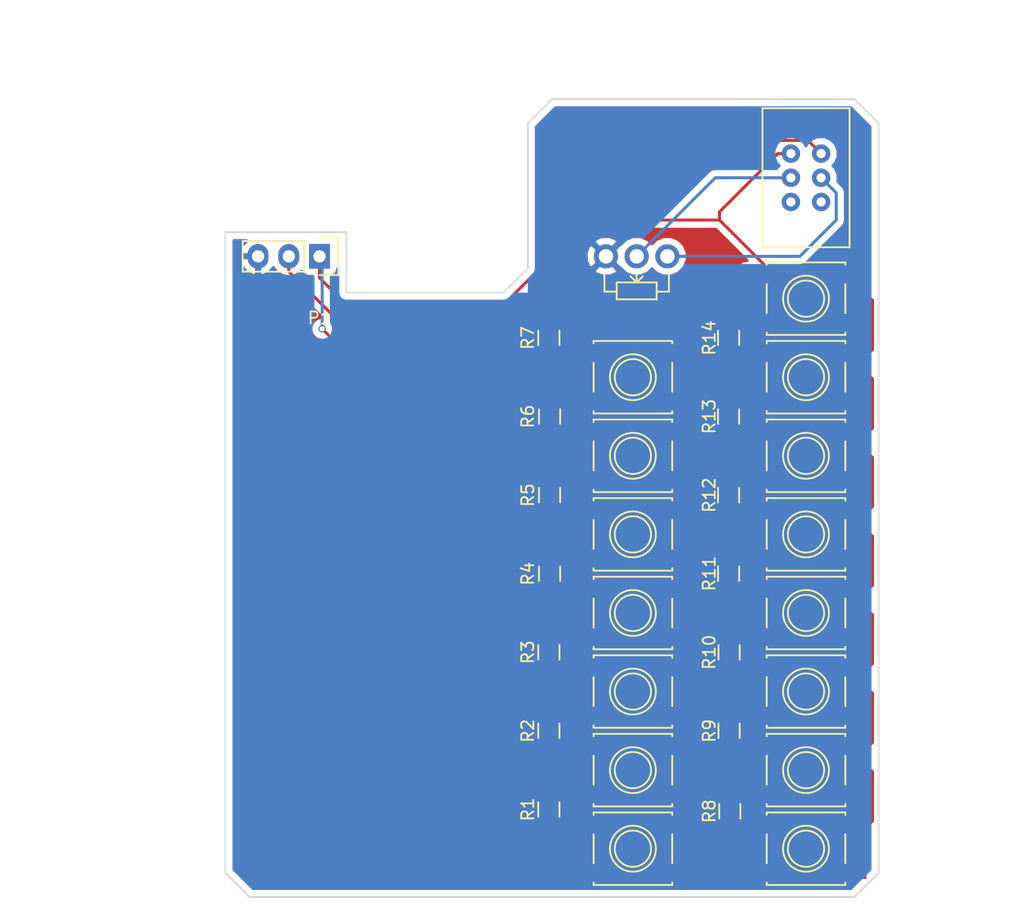
<source format=kicad_pcb>
(kicad_pcb (version 4) (host pcbnew 4.0.6-e0-6349~52~ubuntu16.10.1)

  (general
    (links 80)
    (no_connects 0)
    (area 56.150001 78.3 144.85 153.750001)
    (thickness 1.6)
    (drawings 18)
    (tracks 206)
    (zones 0)
    (modules 32)
    (nets 21)
  )

  (page A4)
  (layers
    (0 F.Cu signal)
    (31 B.Cu signal)
    (32 B.Adhes user)
    (33 F.Adhes user)
    (34 B.Paste user)
    (35 F.Paste user)
    (36 B.SilkS user)
    (37 F.SilkS user)
    (38 B.Mask user)
    (39 F.Mask user)
    (40 Dwgs.User user)
    (41 Cmts.User user)
    (42 Eco1.User user)
    (43 Eco2.User user)
    (44 Edge.Cuts user)
    (45 Margin user)
    (46 B.CrtYd user)
    (47 F.CrtYd user)
    (48 B.Fab user)
    (49 F.Fab user)
  )

  (setup
    (last_trace_width 0.25)
    (trace_clearance 0.2)
    (zone_clearance 0.508)
    (zone_45_only no)
    (trace_min 0.2)
    (segment_width 0.2)
    (edge_width 0.15)
    (via_size 0.6)
    (via_drill 0.4)
    (via_min_size 0.4)
    (via_min_drill 0.3)
    (uvia_size 0.3)
    (uvia_drill 0.1)
    (uvias_allowed no)
    (uvia_min_size 0.2)
    (uvia_min_drill 0.1)
    (pcb_text_width 0.3)
    (pcb_text_size 1.5 1.5)
    (mod_edge_width 0.15)
    (mod_text_size 1 1)
    (mod_text_width 0.15)
    (pad_size 1.524 1.524)
    (pad_drill 0.762)
    (pad_to_mask_clearance 0.2)
    (aux_axis_origin 0 0)
    (visible_elements FFFEFF7F)
    (pcbplotparams
      (layerselection 0x010f0_80000001)
      (usegerberextensions false)
      (excludeedgelayer true)
      (linewidth 0.100000)
      (plotframeref false)
      (viasonmask false)
      (mode 1)
      (useauxorigin false)
      (hpglpennumber 1)
      (hpglpenspeed 20)
      (hpglpendiameter 15)
      (hpglpenoverlay 2)
      (psnegative false)
      (psa4output false)
      (plotreference true)
      (plotvalue true)
      (plotinvisibletext false)
      (padsonsilk false)
      (subtractmaskfromsilk false)
      (outputformat 1)
      (mirror false)
      (drillshape 0)
      (scaleselection 1)
      (outputdirectory gerber/))
  )

  (net 0 "")
  (net 1 /VCC)
  (net 2 /SIG)
  (net 3 /GND)
  (net 4 "Net-(R1-Pad2)")
  (net 5 "Net-(R2-Pad2)")
  (net 6 "Net-(R3-Pad2)")
  (net 7 "Net-(R4-Pad2)")
  (net 8 "Net-(R5-Pad2)")
  (net 9 "Net-(R6-Pad2)")
  (net 10 "Net-(R7-Pad2)")
  (net 11 "Net-(R8-Pad2)")
  (net 12 "Net-(R10-Pad1)")
  (net 13 "Net-(R10-Pad2)")
  (net 14 "Net-(R11-Pad2)")
  (net 15 "Net-(R12-Pad2)")
  (net 16 "Net-(R13-Pad2)")
  (net 17 "Net-(RV1-Pad1)")
  (net 18 "Net-(RV1-Pad2)")
  (net 19 "Net-(U1-Pad3)")
  (net 20 "Net-(U1-Pad6)")

  (net_class Default "This is the default net class."
    (clearance 0.2)
    (trace_width 0.25)
    (via_dia 0.6)
    (via_drill 0.4)
    (uvia_dia 0.3)
    (uvia_drill 0.1)
    (add_net /GND)
    (add_net /SIG)
    (add_net /VCC)
    (add_net "Net-(R1-Pad2)")
    (add_net "Net-(R10-Pad1)")
    (add_net "Net-(R10-Pad2)")
    (add_net "Net-(R11-Pad2)")
    (add_net "Net-(R12-Pad2)")
    (add_net "Net-(R13-Pad2)")
    (add_net "Net-(R2-Pad2)")
    (add_net "Net-(R3-Pad2)")
    (add_net "Net-(R4-Pad2)")
    (add_net "Net-(R5-Pad2)")
    (add_net "Net-(R6-Pad2)")
    (add_net "Net-(R7-Pad2)")
    (add_net "Net-(R8-Pad2)")
    (add_net "Net-(RV1-Pad1)")
    (add_net "Net-(RV1-Pad2)")
    (add_net "Net-(U1-Pad3)")
    (add_net "Net-(U1-Pad6)")
  )

  (module Socket_Strips:Socket_Strip_Straight_1x03 (layer F.Cu) (tedit 54E9F429) (tstamp 58F93D27)
    (at 82.78 99 180)
    (descr "Through hole socket strip")
    (tags "socket strip")
    (path /58F948ED)
    (fp_text reference P1 (at 0 -5.1 180) (layer F.SilkS)
      (effects (font (size 1 1) (thickness 0.15)))
    )
    (fp_text value CONN_01X03 (at 0 -3.1 180) (layer F.Fab)
      (effects (font (size 1 1) (thickness 0.15)))
    )
    (fp_line (start 0 -1.55) (end -1.55 -1.55) (layer F.SilkS) (width 0.15))
    (fp_line (start -1.55 -1.55) (end -1.55 1.55) (layer F.SilkS) (width 0.15))
    (fp_line (start -1.55 1.55) (end 0 1.55) (layer F.SilkS) (width 0.15))
    (fp_line (start -1.75 -1.75) (end -1.75 1.75) (layer F.CrtYd) (width 0.05))
    (fp_line (start 6.85 -1.75) (end 6.85 1.75) (layer F.CrtYd) (width 0.05))
    (fp_line (start -1.75 -1.75) (end 6.85 -1.75) (layer F.CrtYd) (width 0.05))
    (fp_line (start -1.75 1.75) (end 6.85 1.75) (layer F.CrtYd) (width 0.05))
    (fp_line (start 1.27 -1.27) (end 6.35 -1.27) (layer F.SilkS) (width 0.15))
    (fp_line (start 6.35 -1.27) (end 6.35 1.27) (layer F.SilkS) (width 0.15))
    (fp_line (start 6.35 1.27) (end 1.27 1.27) (layer F.SilkS) (width 0.15))
    (fp_line (start 1.27 1.27) (end 1.27 -1.27) (layer F.SilkS) (width 0.15))
    (pad 1 thru_hole rect (at 0 0 180) (size 1.7272 2.032) (drill 1.016) (layers *.Cu *.Mask)
      (net 1 /VCC))
    (pad 2 thru_hole oval (at 2.54 0 180) (size 1.7272 2.032) (drill 1.016) (layers *.Cu *.Mask)
      (net 2 /SIG))
    (pad 3 thru_hole oval (at 5.08 0 180) (size 1.7272 2.032) (drill 1.016) (layers *.Cu *.Mask)
      (net 3 /GND))
    (model Socket_Strips.3dshapes/Socket_Strip_Straight_1x03.wrl
      (at (xyz 0.1 0 0))
      (scale (xyz 1 1 1))
      (rotate (xyz 0 0 180))
    )
  )

  (module Resistors_SMD:R_0805_HandSoldering (layer F.Cu) (tedit 58307B90) (tstamp 58F93D2D)
    (at 101.73924 144.75 90)
    (descr "Resistor SMD 0805, hand soldering")
    (tags "resistor 0805")
    (path /58F938D5)
    (attr smd)
    (fp_text reference R1 (at 0 -1.73924 90) (layer F.SilkS)
      (effects (font (size 1 1) (thickness 0.15)))
    )
    (fp_text value 1k (at 0 2.1 90) (layer F.Fab)
      (effects (font (size 1 1) (thickness 0.15)))
    )
    (fp_line (start -1 0.625) (end -1 -0.625) (layer F.Fab) (width 0.1))
    (fp_line (start 1 0.625) (end -1 0.625) (layer F.Fab) (width 0.1))
    (fp_line (start 1 -0.625) (end 1 0.625) (layer F.Fab) (width 0.1))
    (fp_line (start -1 -0.625) (end 1 -0.625) (layer F.Fab) (width 0.1))
    (fp_line (start -2.4 -1) (end 2.4 -1) (layer F.CrtYd) (width 0.05))
    (fp_line (start -2.4 1) (end 2.4 1) (layer F.CrtYd) (width 0.05))
    (fp_line (start -2.4 -1) (end -2.4 1) (layer F.CrtYd) (width 0.05))
    (fp_line (start 2.4 -1) (end 2.4 1) (layer F.CrtYd) (width 0.05))
    (fp_line (start 0.6 0.875) (end -0.6 0.875) (layer F.SilkS) (width 0.15))
    (fp_line (start -0.6 -0.875) (end 0.6 -0.875) (layer F.SilkS) (width 0.15))
    (pad 1 smd rect (at -1.35 0 90) (size 1.5 1.3) (layers F.Cu F.Paste F.Mask)
      (net 1 /VCC))
    (pad 2 smd rect (at 1.35 0 90) (size 1.5 1.3) (layers F.Cu F.Paste F.Mask)
      (net 4 "Net-(R1-Pad2)"))
    (model Resistors_SMD.3dshapes/R_0805_HandSoldering.wrl
      (at (xyz 0 0 0))
      (scale (xyz 1 1 1))
      (rotate (xyz 0 0 0))
    )
  )

  (module Resistors_SMD:R_0805_HandSoldering (layer F.Cu) (tedit 58307B90) (tstamp 58F93D33)
    (at 101.73924 138.25 90)
    (descr "Resistor SMD 0805, hand soldering")
    (tags "resistor 0805")
    (path /58F939F9)
    (attr smd)
    (fp_text reference R2 (at 0 -1.73924 90) (layer F.SilkS)
      (effects (font (size 1 1) (thickness 0.15)))
    )
    (fp_text value 1k (at 0 2.1 90) (layer F.Fab)
      (effects (font (size 1 1) (thickness 0.15)))
    )
    (fp_line (start -1 0.625) (end -1 -0.625) (layer F.Fab) (width 0.1))
    (fp_line (start 1 0.625) (end -1 0.625) (layer F.Fab) (width 0.1))
    (fp_line (start 1 -0.625) (end 1 0.625) (layer F.Fab) (width 0.1))
    (fp_line (start -1 -0.625) (end 1 -0.625) (layer F.Fab) (width 0.1))
    (fp_line (start -2.4 -1) (end 2.4 -1) (layer F.CrtYd) (width 0.05))
    (fp_line (start -2.4 1) (end 2.4 1) (layer F.CrtYd) (width 0.05))
    (fp_line (start -2.4 -1) (end -2.4 1) (layer F.CrtYd) (width 0.05))
    (fp_line (start 2.4 -1) (end 2.4 1) (layer F.CrtYd) (width 0.05))
    (fp_line (start 0.6 0.875) (end -0.6 0.875) (layer F.SilkS) (width 0.15))
    (fp_line (start -0.6 -0.875) (end 0.6 -0.875) (layer F.SilkS) (width 0.15))
    (pad 1 smd rect (at -1.35 0 90) (size 1.5 1.3) (layers F.Cu F.Paste F.Mask)
      (net 4 "Net-(R1-Pad2)"))
    (pad 2 smd rect (at 1.35 0 90) (size 1.5 1.3) (layers F.Cu F.Paste F.Mask)
      (net 5 "Net-(R2-Pad2)"))
    (model Resistors_SMD.3dshapes/R_0805_HandSoldering.wrl
      (at (xyz 0 0 0))
      (scale (xyz 1 1 1))
      (rotate (xyz 0 0 0))
    )
  )

  (module Resistors_SMD:R_0805_HandSoldering (layer F.Cu) (tedit 58307B90) (tstamp 58F93D39)
    (at 101.73924 131.75 90)
    (descr "Resistor SMD 0805, hand soldering")
    (tags "resistor 0805")
    (path /58F93A1F)
    (attr smd)
    (fp_text reference R3 (at 0 -1.73924 90) (layer F.SilkS)
      (effects (font (size 1 1) (thickness 0.15)))
    )
    (fp_text value 1k (at 0 2.1 90) (layer F.Fab)
      (effects (font (size 1 1) (thickness 0.15)))
    )
    (fp_line (start -1 0.625) (end -1 -0.625) (layer F.Fab) (width 0.1))
    (fp_line (start 1 0.625) (end -1 0.625) (layer F.Fab) (width 0.1))
    (fp_line (start 1 -0.625) (end 1 0.625) (layer F.Fab) (width 0.1))
    (fp_line (start -1 -0.625) (end 1 -0.625) (layer F.Fab) (width 0.1))
    (fp_line (start -2.4 -1) (end 2.4 -1) (layer F.CrtYd) (width 0.05))
    (fp_line (start -2.4 1) (end 2.4 1) (layer F.CrtYd) (width 0.05))
    (fp_line (start -2.4 -1) (end -2.4 1) (layer F.CrtYd) (width 0.05))
    (fp_line (start 2.4 -1) (end 2.4 1) (layer F.CrtYd) (width 0.05))
    (fp_line (start 0.6 0.875) (end -0.6 0.875) (layer F.SilkS) (width 0.15))
    (fp_line (start -0.6 -0.875) (end 0.6 -0.875) (layer F.SilkS) (width 0.15))
    (pad 1 smd rect (at -1.35 0 90) (size 1.5 1.3) (layers F.Cu F.Paste F.Mask)
      (net 5 "Net-(R2-Pad2)"))
    (pad 2 smd rect (at 1.35 0 90) (size 1.5 1.3) (layers F.Cu F.Paste F.Mask)
      (net 6 "Net-(R3-Pad2)"))
    (model Resistors_SMD.3dshapes/R_0805_HandSoldering.wrl
      (at (xyz 0 0 0))
      (scale (xyz 1 1 1))
      (rotate (xyz 0 0 0))
    )
  )

  (module Resistors_SMD:R_0805_HandSoldering (layer F.Cu) (tedit 58307B90) (tstamp 58F93D3F)
    (at 101.8 125.25 90)
    (descr "Resistor SMD 0805, hand soldering")
    (tags "resistor 0805")
    (path /58F93A92)
    (attr smd)
    (fp_text reference R4 (at 0 -1.8 90) (layer F.SilkS)
      (effects (font (size 1 1) (thickness 0.15)))
    )
    (fp_text value 1k (at 0 2.1 90) (layer F.Fab)
      (effects (font (size 1 1) (thickness 0.15)))
    )
    (fp_line (start -1 0.625) (end -1 -0.625) (layer F.Fab) (width 0.1))
    (fp_line (start 1 0.625) (end -1 0.625) (layer F.Fab) (width 0.1))
    (fp_line (start 1 -0.625) (end 1 0.625) (layer F.Fab) (width 0.1))
    (fp_line (start -1 -0.625) (end 1 -0.625) (layer F.Fab) (width 0.1))
    (fp_line (start -2.4 -1) (end 2.4 -1) (layer F.CrtYd) (width 0.05))
    (fp_line (start -2.4 1) (end 2.4 1) (layer F.CrtYd) (width 0.05))
    (fp_line (start -2.4 -1) (end -2.4 1) (layer F.CrtYd) (width 0.05))
    (fp_line (start 2.4 -1) (end 2.4 1) (layer F.CrtYd) (width 0.05))
    (fp_line (start 0.6 0.875) (end -0.6 0.875) (layer F.SilkS) (width 0.15))
    (fp_line (start -0.6 -0.875) (end 0.6 -0.875) (layer F.SilkS) (width 0.15))
    (pad 1 smd rect (at -1.35 0 90) (size 1.5 1.3) (layers F.Cu F.Paste F.Mask)
      (net 6 "Net-(R3-Pad2)"))
    (pad 2 smd rect (at 1.35 0 90) (size 1.5 1.3) (layers F.Cu F.Paste F.Mask)
      (net 7 "Net-(R4-Pad2)"))
    (model Resistors_SMD.3dshapes/R_0805_HandSoldering.wrl
      (at (xyz 0 0 0))
      (scale (xyz 1 1 1))
      (rotate (xyz 0 0 0))
    )
  )

  (module Resistors_SMD:R_0805_HandSoldering (layer F.Cu) (tedit 58307B90) (tstamp 58F93D45)
    (at 101.8 118.75 90)
    (descr "Resistor SMD 0805, hand soldering")
    (tags "resistor 0805")
    (path /58F93AB6)
    (attr smd)
    (fp_text reference R5 (at 0 -1.8 90) (layer F.SilkS)
      (effects (font (size 1 1) (thickness 0.15)))
    )
    (fp_text value 1k (at 0 2.1 90) (layer F.Fab)
      (effects (font (size 1 1) (thickness 0.15)))
    )
    (fp_line (start -1 0.625) (end -1 -0.625) (layer F.Fab) (width 0.1))
    (fp_line (start 1 0.625) (end -1 0.625) (layer F.Fab) (width 0.1))
    (fp_line (start 1 -0.625) (end 1 0.625) (layer F.Fab) (width 0.1))
    (fp_line (start -1 -0.625) (end 1 -0.625) (layer F.Fab) (width 0.1))
    (fp_line (start -2.4 -1) (end 2.4 -1) (layer F.CrtYd) (width 0.05))
    (fp_line (start -2.4 1) (end 2.4 1) (layer F.CrtYd) (width 0.05))
    (fp_line (start -2.4 -1) (end -2.4 1) (layer F.CrtYd) (width 0.05))
    (fp_line (start 2.4 -1) (end 2.4 1) (layer F.CrtYd) (width 0.05))
    (fp_line (start 0.6 0.875) (end -0.6 0.875) (layer F.SilkS) (width 0.15))
    (fp_line (start -0.6 -0.875) (end 0.6 -0.875) (layer F.SilkS) (width 0.15))
    (pad 1 smd rect (at -1.35 0 90) (size 1.5 1.3) (layers F.Cu F.Paste F.Mask)
      (net 7 "Net-(R4-Pad2)"))
    (pad 2 smd rect (at 1.35 0 90) (size 1.5 1.3) (layers F.Cu F.Paste F.Mask)
      (net 8 "Net-(R5-Pad2)"))
    (model Resistors_SMD.3dshapes/R_0805_HandSoldering.wrl
      (at (xyz 0 0 0))
      (scale (xyz 1 1 1))
      (rotate (xyz 0 0 0))
    )
  )

  (module Resistors_SMD:R_0805_HandSoldering (layer F.Cu) (tedit 58307B90) (tstamp 58F93D4B)
    (at 101.8 112.25 90)
    (descr "Resistor SMD 0805, hand soldering")
    (tags "resistor 0805")
    (path /58F93AFC)
    (attr smd)
    (fp_text reference R6 (at 0 -1.8 90) (layer F.SilkS)
      (effects (font (size 1 1) (thickness 0.15)))
    )
    (fp_text value 1k (at 0 2.1 90) (layer F.Fab)
      (effects (font (size 1 1) (thickness 0.15)))
    )
    (fp_line (start -1 0.625) (end -1 -0.625) (layer F.Fab) (width 0.1))
    (fp_line (start 1 0.625) (end -1 0.625) (layer F.Fab) (width 0.1))
    (fp_line (start 1 -0.625) (end 1 0.625) (layer F.Fab) (width 0.1))
    (fp_line (start -1 -0.625) (end 1 -0.625) (layer F.Fab) (width 0.1))
    (fp_line (start -2.4 -1) (end 2.4 -1) (layer F.CrtYd) (width 0.05))
    (fp_line (start -2.4 1) (end 2.4 1) (layer F.CrtYd) (width 0.05))
    (fp_line (start -2.4 -1) (end -2.4 1) (layer F.CrtYd) (width 0.05))
    (fp_line (start 2.4 -1) (end 2.4 1) (layer F.CrtYd) (width 0.05))
    (fp_line (start 0.6 0.875) (end -0.6 0.875) (layer F.SilkS) (width 0.15))
    (fp_line (start -0.6 -0.875) (end 0.6 -0.875) (layer F.SilkS) (width 0.15))
    (pad 1 smd rect (at -1.35 0 90) (size 1.5 1.3) (layers F.Cu F.Paste F.Mask)
      (net 8 "Net-(R5-Pad2)"))
    (pad 2 smd rect (at 1.35 0 90) (size 1.5 1.3) (layers F.Cu F.Paste F.Mask)
      (net 9 "Net-(R6-Pad2)"))
    (model Resistors_SMD.3dshapes/R_0805_HandSoldering.wrl
      (at (xyz 0 0 0))
      (scale (xyz 1 1 1))
      (rotate (xyz 0 0 0))
    )
  )

  (module Resistors_SMD:R_0805_HandSoldering (layer F.Cu) (tedit 58307B90) (tstamp 58F93D51)
    (at 101.73924 105.75 90)
    (descr "Resistor SMD 0805, hand soldering")
    (tags "resistor 0805")
    (path /58F93B8E)
    (attr smd)
    (fp_text reference R7 (at 0 -1.73924 90) (layer F.SilkS)
      (effects (font (size 1 1) (thickness 0.15)))
    )
    (fp_text value 1k (at 0 2.1 90) (layer F.Fab)
      (effects (font (size 1 1) (thickness 0.15)))
    )
    (fp_line (start -1 0.625) (end -1 -0.625) (layer F.Fab) (width 0.1))
    (fp_line (start 1 0.625) (end -1 0.625) (layer F.Fab) (width 0.1))
    (fp_line (start 1 -0.625) (end 1 0.625) (layer F.Fab) (width 0.1))
    (fp_line (start -1 -0.625) (end 1 -0.625) (layer F.Fab) (width 0.1))
    (fp_line (start -2.4 -1) (end 2.4 -1) (layer F.CrtYd) (width 0.05))
    (fp_line (start -2.4 1) (end 2.4 1) (layer F.CrtYd) (width 0.05))
    (fp_line (start -2.4 -1) (end -2.4 1) (layer F.CrtYd) (width 0.05))
    (fp_line (start 2.4 -1) (end 2.4 1) (layer F.CrtYd) (width 0.05))
    (fp_line (start 0.6 0.875) (end -0.6 0.875) (layer F.SilkS) (width 0.15))
    (fp_line (start -0.6 -0.875) (end 0.6 -0.875) (layer F.SilkS) (width 0.15))
    (pad 1 smd rect (at -1.35 0 90) (size 1.5 1.3) (layers F.Cu F.Paste F.Mask)
      (net 9 "Net-(R6-Pad2)"))
    (pad 2 smd rect (at 1.35 0 90) (size 1.5 1.3) (layers F.Cu F.Paste F.Mask)
      (net 10 "Net-(R7-Pad2)"))
    (model Resistors_SMD.3dshapes/R_0805_HandSoldering.wrl
      (at (xyz 0 0 0))
      (scale (xyz 1 1 1))
      (rotate (xyz 0 0 0))
    )
  )

  (module Resistors_SMD:R_0805_HandSoldering (layer F.Cu) (tedit 58307B90) (tstamp 58F93D57)
    (at 116.7 144.9 90)
    (descr "Resistor SMD 0805, hand soldering")
    (tags "resistor 0805")
    (path /58F93BC3)
    (attr smd)
    (fp_text reference R8 (at 0 -1.7 90) (layer F.SilkS)
      (effects (font (size 1 1) (thickness 0.15)))
    )
    (fp_text value 1k (at 0 2.1 90) (layer F.Fab)
      (effects (font (size 1 1) (thickness 0.15)))
    )
    (fp_line (start -1 0.625) (end -1 -0.625) (layer F.Fab) (width 0.1))
    (fp_line (start 1 0.625) (end -1 0.625) (layer F.Fab) (width 0.1))
    (fp_line (start 1 -0.625) (end 1 0.625) (layer F.Fab) (width 0.1))
    (fp_line (start -1 -0.625) (end 1 -0.625) (layer F.Fab) (width 0.1))
    (fp_line (start -2.4 -1) (end 2.4 -1) (layer F.CrtYd) (width 0.05))
    (fp_line (start -2.4 1) (end 2.4 1) (layer F.CrtYd) (width 0.05))
    (fp_line (start -2.4 -1) (end -2.4 1) (layer F.CrtYd) (width 0.05))
    (fp_line (start 2.4 -1) (end 2.4 1) (layer F.CrtYd) (width 0.05))
    (fp_line (start 0.6 0.875) (end -0.6 0.875) (layer F.SilkS) (width 0.15))
    (fp_line (start -0.6 -0.875) (end 0.6 -0.875) (layer F.SilkS) (width 0.15))
    (pad 1 smd rect (at -1.35 0 90) (size 1.5 1.3) (layers F.Cu F.Paste F.Mask)
      (net 10 "Net-(R7-Pad2)"))
    (pad 2 smd rect (at 1.35 0 90) (size 1.5 1.3) (layers F.Cu F.Paste F.Mask)
      (net 11 "Net-(R8-Pad2)"))
    (model Resistors_SMD.3dshapes/R_0805_HandSoldering.wrl
      (at (xyz 0 0 0))
      (scale (xyz 1 1 1))
      (rotate (xyz 0 0 0))
    )
  )

  (module Resistors_SMD:R_0805_HandSoldering (layer F.Cu) (tedit 58307B90) (tstamp 58F93D5D)
    (at 116.63924 138.25 90)
    (descr "Resistor SMD 0805, hand soldering")
    (tags "resistor 0805")
    (path /58F9479B)
    (attr smd)
    (fp_text reference R9 (at 0 -1.63924 90) (layer F.SilkS)
      (effects (font (size 1 1) (thickness 0.15)))
    )
    (fp_text value 1k (at 0 2.1 90) (layer F.Fab)
      (effects (font (size 1 1) (thickness 0.15)))
    )
    (fp_line (start -1 0.625) (end -1 -0.625) (layer F.Fab) (width 0.1))
    (fp_line (start 1 0.625) (end -1 0.625) (layer F.Fab) (width 0.1))
    (fp_line (start 1 -0.625) (end 1 0.625) (layer F.Fab) (width 0.1))
    (fp_line (start -1 -0.625) (end 1 -0.625) (layer F.Fab) (width 0.1))
    (fp_line (start -2.4 -1) (end 2.4 -1) (layer F.CrtYd) (width 0.05))
    (fp_line (start -2.4 1) (end 2.4 1) (layer F.CrtYd) (width 0.05))
    (fp_line (start -2.4 -1) (end -2.4 1) (layer F.CrtYd) (width 0.05))
    (fp_line (start 2.4 -1) (end 2.4 1) (layer F.CrtYd) (width 0.05))
    (fp_line (start 0.6 0.875) (end -0.6 0.875) (layer F.SilkS) (width 0.15))
    (fp_line (start -0.6 -0.875) (end 0.6 -0.875) (layer F.SilkS) (width 0.15))
    (pad 1 smd rect (at -1.35 0 90) (size 1.5 1.3) (layers F.Cu F.Paste F.Mask)
      (net 11 "Net-(R8-Pad2)"))
    (pad 2 smd rect (at 1.35 0 90) (size 1.5 1.3) (layers F.Cu F.Paste F.Mask)
      (net 12 "Net-(R10-Pad1)"))
    (model Resistors_SMD.3dshapes/R_0805_HandSoldering.wrl
      (at (xyz 0 0 0))
      (scale (xyz 1 1 1))
      (rotate (xyz 0 0 0))
    )
  )

  (module Resistors_SMD:R_0805_HandSoldering (layer F.Cu) (tedit 58307B90) (tstamp 58F93D63)
    (at 116.63924 131.75 90)
    (descr "Resistor SMD 0805, hand soldering")
    (tags "resistor 0805")
    (path /58F947A1)
    (attr smd)
    (fp_text reference R10 (at 0 -1.63924 90) (layer F.SilkS)
      (effects (font (size 1 1) (thickness 0.15)))
    )
    (fp_text value 1k (at 0 2.1 90) (layer F.Fab)
      (effects (font (size 1 1) (thickness 0.15)))
    )
    (fp_line (start -1 0.625) (end -1 -0.625) (layer F.Fab) (width 0.1))
    (fp_line (start 1 0.625) (end -1 0.625) (layer F.Fab) (width 0.1))
    (fp_line (start 1 -0.625) (end 1 0.625) (layer F.Fab) (width 0.1))
    (fp_line (start -1 -0.625) (end 1 -0.625) (layer F.Fab) (width 0.1))
    (fp_line (start -2.4 -1) (end 2.4 -1) (layer F.CrtYd) (width 0.05))
    (fp_line (start -2.4 1) (end 2.4 1) (layer F.CrtYd) (width 0.05))
    (fp_line (start -2.4 -1) (end -2.4 1) (layer F.CrtYd) (width 0.05))
    (fp_line (start 2.4 -1) (end 2.4 1) (layer F.CrtYd) (width 0.05))
    (fp_line (start 0.6 0.875) (end -0.6 0.875) (layer F.SilkS) (width 0.15))
    (fp_line (start -0.6 -0.875) (end 0.6 -0.875) (layer F.SilkS) (width 0.15))
    (pad 1 smd rect (at -1.35 0 90) (size 1.5 1.3) (layers F.Cu F.Paste F.Mask)
      (net 12 "Net-(R10-Pad1)"))
    (pad 2 smd rect (at 1.35 0 90) (size 1.5 1.3) (layers F.Cu F.Paste F.Mask)
      (net 13 "Net-(R10-Pad2)"))
    (model Resistors_SMD.3dshapes/R_0805_HandSoldering.wrl
      (at (xyz 0 0 0))
      (scale (xyz 1 1 1))
      (rotate (xyz 0 0 0))
    )
  )

  (module Resistors_SMD:R_0805_HandSoldering (layer F.Cu) (tedit 58307B90) (tstamp 58F93D69)
    (at 116.6 125.25 90)
    (descr "Resistor SMD 0805, hand soldering")
    (tags "resistor 0805")
    (path /58F947AD)
    (attr smd)
    (fp_text reference R11 (at 0 -1.6 90) (layer F.SilkS)
      (effects (font (size 1 1) (thickness 0.15)))
    )
    (fp_text value 1k (at 0 2.1 180) (layer F.Fab)
      (effects (font (size 1 1) (thickness 0.15)))
    )
    (fp_line (start -1 0.625) (end -1 -0.625) (layer F.Fab) (width 0.1))
    (fp_line (start 1 0.625) (end -1 0.625) (layer F.Fab) (width 0.1))
    (fp_line (start 1 -0.625) (end 1 0.625) (layer F.Fab) (width 0.1))
    (fp_line (start -1 -0.625) (end 1 -0.625) (layer F.Fab) (width 0.1))
    (fp_line (start -2.4 -1) (end 2.4 -1) (layer F.CrtYd) (width 0.05))
    (fp_line (start -2.4 1) (end 2.4 1) (layer F.CrtYd) (width 0.05))
    (fp_line (start -2.4 -1) (end -2.4 1) (layer F.CrtYd) (width 0.05))
    (fp_line (start 2.4 -1) (end 2.4 1) (layer F.CrtYd) (width 0.05))
    (fp_line (start 0.6 0.875) (end -0.6 0.875) (layer F.SilkS) (width 0.15))
    (fp_line (start -0.6 -0.875) (end 0.6 -0.875) (layer F.SilkS) (width 0.15))
    (pad 1 smd rect (at -1.35 0 90) (size 1.5 1.3) (layers F.Cu F.Paste F.Mask)
      (net 13 "Net-(R10-Pad2)"))
    (pad 2 smd rect (at 1.35 0 90) (size 1.5 1.3) (layers F.Cu F.Paste F.Mask)
      (net 14 "Net-(R11-Pad2)"))
    (model Resistors_SMD.3dshapes/R_0805_HandSoldering.wrl
      (at (xyz 0 0 0))
      (scale (xyz 1 1 1))
      (rotate (xyz 0 0 0))
    )
  )

  (module Resistors_SMD:R_0805_HandSoldering (layer F.Cu) (tedit 58307B90) (tstamp 58F93D6F)
    (at 116.6 118.75 90)
    (descr "Resistor SMD 0805, hand soldering")
    (tags "resistor 0805")
    (path /58F947A7)
    (attr smd)
    (fp_text reference R12 (at 0 -1.6 90) (layer F.SilkS)
      (effects (font (size 1 1) (thickness 0.15)))
    )
    (fp_text value 1k (at 0 2.1 90) (layer F.Fab)
      (effects (font (size 1 1) (thickness 0.15)))
    )
    (fp_line (start -1 0.625) (end -1 -0.625) (layer F.Fab) (width 0.1))
    (fp_line (start 1 0.625) (end -1 0.625) (layer F.Fab) (width 0.1))
    (fp_line (start 1 -0.625) (end 1 0.625) (layer F.Fab) (width 0.1))
    (fp_line (start -1 -0.625) (end 1 -0.625) (layer F.Fab) (width 0.1))
    (fp_line (start -2.4 -1) (end 2.4 -1) (layer F.CrtYd) (width 0.05))
    (fp_line (start -2.4 1) (end 2.4 1) (layer F.CrtYd) (width 0.05))
    (fp_line (start -2.4 -1) (end -2.4 1) (layer F.CrtYd) (width 0.05))
    (fp_line (start 2.4 -1) (end 2.4 1) (layer F.CrtYd) (width 0.05))
    (fp_line (start 0.6 0.875) (end -0.6 0.875) (layer F.SilkS) (width 0.15))
    (fp_line (start -0.6 -0.875) (end 0.6 -0.875) (layer F.SilkS) (width 0.15))
    (pad 1 smd rect (at -1.35 0 90) (size 1.5 1.3) (layers F.Cu F.Paste F.Mask)
      (net 14 "Net-(R11-Pad2)"))
    (pad 2 smd rect (at 1.35 0 90) (size 1.5 1.3) (layers F.Cu F.Paste F.Mask)
      (net 15 "Net-(R12-Pad2)"))
    (model Resistors_SMD.3dshapes/R_0805_HandSoldering.wrl
      (at (xyz 0 0 0))
      (scale (xyz 1 1 1))
      (rotate (xyz 0 0 0))
    )
  )

  (module Resistors_SMD:R_0805_HandSoldering (layer F.Cu) (tedit 58307B90) (tstamp 58F93D75)
    (at 116.6 112.25 90)
    (descr "Resistor SMD 0805, hand soldering")
    (tags "resistor 0805")
    (path /58F947B3)
    (attr smd)
    (fp_text reference R13 (at 0 -1.6 90) (layer F.SilkS)
      (effects (font (size 1 1) (thickness 0.15)))
    )
    (fp_text value 1k (at 0 2.1 90) (layer F.Fab)
      (effects (font (size 1 1) (thickness 0.15)))
    )
    (fp_line (start -1 0.625) (end -1 -0.625) (layer F.Fab) (width 0.1))
    (fp_line (start 1 0.625) (end -1 0.625) (layer F.Fab) (width 0.1))
    (fp_line (start 1 -0.625) (end 1 0.625) (layer F.Fab) (width 0.1))
    (fp_line (start -1 -0.625) (end 1 -0.625) (layer F.Fab) (width 0.1))
    (fp_line (start -2.4 -1) (end 2.4 -1) (layer F.CrtYd) (width 0.05))
    (fp_line (start -2.4 1) (end 2.4 1) (layer F.CrtYd) (width 0.05))
    (fp_line (start -2.4 -1) (end -2.4 1) (layer F.CrtYd) (width 0.05))
    (fp_line (start 2.4 -1) (end 2.4 1) (layer F.CrtYd) (width 0.05))
    (fp_line (start 0.6 0.875) (end -0.6 0.875) (layer F.SilkS) (width 0.15))
    (fp_line (start -0.6 -0.875) (end 0.6 -0.875) (layer F.SilkS) (width 0.15))
    (pad 1 smd rect (at -1.35 0 90) (size 1.5 1.3) (layers F.Cu F.Paste F.Mask)
      (net 15 "Net-(R12-Pad2)"))
    (pad 2 smd rect (at 1.35 0 90) (size 1.5 1.3) (layers F.Cu F.Paste F.Mask)
      (net 16 "Net-(R13-Pad2)"))
    (model Resistors_SMD.3dshapes/R_0805_HandSoldering.wrl
      (at (xyz 0 0 0))
      (scale (xyz 1 1 1))
      (rotate (xyz 0 0 0))
    )
  )

  (module Resistors_SMD:R_0805_HandSoldering (layer F.Cu) (tedit 58307B90) (tstamp 58F93D7B)
    (at 116.6 105.75 90)
    (descr "Resistor SMD 0805, hand soldering")
    (tags "resistor 0805")
    (path /58F947B9)
    (attr smd)
    (fp_text reference R14 (at 0 -1.6 90) (layer F.SilkS)
      (effects (font (size 1 1) (thickness 0.15)))
    )
    (fp_text value 1k (at 0 2.1 90) (layer F.Fab)
      (effects (font (size 1 1) (thickness 0.15)))
    )
    (fp_line (start -1 0.625) (end -1 -0.625) (layer F.Fab) (width 0.1))
    (fp_line (start 1 0.625) (end -1 0.625) (layer F.Fab) (width 0.1))
    (fp_line (start 1 -0.625) (end 1 0.625) (layer F.Fab) (width 0.1))
    (fp_line (start -1 -0.625) (end 1 -0.625) (layer F.Fab) (width 0.1))
    (fp_line (start -2.4 -1) (end 2.4 -1) (layer F.CrtYd) (width 0.05))
    (fp_line (start -2.4 1) (end 2.4 1) (layer F.CrtYd) (width 0.05))
    (fp_line (start -2.4 -1) (end -2.4 1) (layer F.CrtYd) (width 0.05))
    (fp_line (start 2.4 -1) (end 2.4 1) (layer F.CrtYd) (width 0.05))
    (fp_line (start 0.6 0.875) (end -0.6 0.875) (layer F.SilkS) (width 0.15))
    (fp_line (start -0.6 -0.875) (end 0.6 -0.875) (layer F.SilkS) (width 0.15))
    (pad 1 smd rect (at -1.35 0 90) (size 1.5 1.3) (layers F.Cu F.Paste F.Mask)
      (net 16 "Net-(R13-Pad2)"))
    (pad 2 smd rect (at 1.35 0 90) (size 1.5 1.3) (layers F.Cu F.Paste F.Mask)
      (net 3 /GND))
    (model Resistors_SMD.3dshapes/R_0805_HandSoldering.wrl
      (at (xyz 0 0 0))
      (scale (xyz 1 1 1))
      (rotate (xyz 0 0 0))
    )
  )

  (module Buttons_Switches_SMD:SW_SPST_EVQQ2 (layer F.Cu) (tedit 58FA4C0C) (tstamp 58F93D89)
    (at 108.689944 148 180)
    (descr "Light Touch Switch")
    (path /58F9A9D9)
    (attr smd)
    (fp_text reference SW1 (at -1 -4 180) (layer F.SilkS) hide
      (effects (font (size 1 1) (thickness 0.15)))
    )
    (fp_text value SW_Push (at 0 4.25 180) (layer F.Fab)
      (effects (font (size 1 1) (thickness 0.15)))
    )
    (fp_line (start -5.25 -3.25) (end 5.25 -3.25) (layer F.CrtYd) (width 0.05))
    (fp_line (start 5.25 -3.25) (end 5.25 3.25) (layer F.CrtYd) (width 0.05))
    (fp_line (start 5.25 3.25) (end -5.25 3.25) (layer F.CrtYd) (width 0.05))
    (fp_line (start -5.25 3.25) (end -5.25 -3.25) (layer F.CrtYd) (width 0.05))
    (fp_line (start 3.25 -3) (end 3.25 -2.8) (layer F.SilkS) (width 0.15))
    (fp_line (start 3.25 3) (end 3.25 2.8) (layer F.SilkS) (width 0.15))
    (fp_line (start -3.25 3) (end -3.25 2.8) (layer F.SilkS) (width 0.15))
    (fp_line (start -3.25 -3) (end -3.25 -2.8) (layer F.SilkS) (width 0.15))
    (fp_line (start -3.25 -1.2) (end -3.25 1.2) (layer F.SilkS) (width 0.15))
    (fp_line (start 3.25 -1.2) (end 3.25 1.2) (layer F.SilkS) (width 0.15))
    (fp_line (start 3.25 -3) (end -3.25 -3) (layer F.SilkS) (width 0.15))
    (fp_line (start -3.25 3) (end 3.25 3) (layer F.SilkS) (width 0.15))
    (fp_circle (center 0 0) (end 1.9 0) (layer F.SilkS) (width 0.15))
    (fp_circle (center 0 0) (end 1.5 0) (layer F.SilkS) (width 0.15))
    (pad 1 smd rect (at 3.4 -2 180) (size 3.2 1) (layers F.Cu F.Paste F.Mask)
      (net 1 /VCC))
    (pad 1 smd rect (at -3.4 -2 180) (size 3.2 1) (layers F.Cu F.Paste F.Mask)
      (net 1 /VCC))
    (pad 2 smd rect (at -3.4 2 180) (size 3.2 1) (layers F.Cu F.Paste F.Mask)
      (net 2 /SIG))
    (pad 2 smd rect (at 3.4 2 180) (size 3.2 1) (layers F.Cu F.Paste F.Mask)
      (net 2 /SIG))
    (model Buttons_Switches_SMD.3dshapes/SW_SPST_EVQQ2_02W.wrl
      (at (xyz 0 0 0))
      (scale (xyz 1 1 1))
      (rotate (xyz 0 0 0))
    )
  )

  (module Buttons_Switches_SMD:SW_SPST_EVQQ2 (layer F.Cu) (tedit 58FA4C13) (tstamp 58F93D91)
    (at 108.689944 141.5 180)
    (descr "Light Touch Switch")
    (path /58F9AB08)
    (attr smd)
    (fp_text reference SW2 (at -1 -4 180) (layer F.SilkS) hide
      (effects (font (size 1 1) (thickness 0.15)))
    )
    (fp_text value SW_Push (at 0 4.25 180) (layer F.Fab)
      (effects (font (size 1 1) (thickness 0.15)))
    )
    (fp_line (start -5.25 -3.25) (end 5.25 -3.25) (layer F.CrtYd) (width 0.05))
    (fp_line (start 5.25 -3.25) (end 5.25 3.25) (layer F.CrtYd) (width 0.05))
    (fp_line (start 5.25 3.25) (end -5.25 3.25) (layer F.CrtYd) (width 0.05))
    (fp_line (start -5.25 3.25) (end -5.25 -3.25) (layer F.CrtYd) (width 0.05))
    (fp_line (start 3.25 -3) (end 3.25 -2.8) (layer F.SilkS) (width 0.15))
    (fp_line (start 3.25 3) (end 3.25 2.8) (layer F.SilkS) (width 0.15))
    (fp_line (start -3.25 3) (end -3.25 2.8) (layer F.SilkS) (width 0.15))
    (fp_line (start -3.25 -3) (end -3.25 -2.8) (layer F.SilkS) (width 0.15))
    (fp_line (start -3.25 -1.2) (end -3.25 1.2) (layer F.SilkS) (width 0.15))
    (fp_line (start 3.25 -1.2) (end 3.25 1.2) (layer F.SilkS) (width 0.15))
    (fp_line (start 3.25 -3) (end -3.25 -3) (layer F.SilkS) (width 0.15))
    (fp_line (start -3.25 3) (end 3.25 3) (layer F.SilkS) (width 0.15))
    (fp_circle (center 0 0) (end 1.9 0) (layer F.SilkS) (width 0.15))
    (fp_circle (center 0 0) (end 1.5 0) (layer F.SilkS) (width 0.15))
    (pad 1 smd rect (at 3.4 -2 180) (size 3.2 1) (layers F.Cu F.Paste F.Mask)
      (net 4 "Net-(R1-Pad2)"))
    (pad 1 smd rect (at -3.4 -2 180) (size 3.2 1) (layers F.Cu F.Paste F.Mask)
      (net 4 "Net-(R1-Pad2)"))
    (pad 2 smd rect (at -3.4 2 180) (size 3.2 1) (layers F.Cu F.Paste F.Mask)
      (net 2 /SIG))
    (pad 2 smd rect (at 3.4 2 180) (size 3.2 1) (layers F.Cu F.Paste F.Mask)
      (net 2 /SIG))
    (model Buttons_Switches_SMD.3dshapes/SW_SPST_EVQQ2_02W.wrl
      (at (xyz 0 0 0))
      (scale (xyz 1 1 1))
      (rotate (xyz 0 0 0))
    )
  )

  (module Buttons_Switches_SMD:SW_SPST_EVQQ2 (layer F.Cu) (tedit 58FA4C16) (tstamp 58F93D99)
    (at 108.689944 135 180)
    (descr "Light Touch Switch")
    (path /58F9AB5D)
    (attr smd)
    (fp_text reference SW3 (at -1 -4 180) (layer F.SilkS) hide
      (effects (font (size 1 1) (thickness 0.15)))
    )
    (fp_text value SW_Push (at 0 4.25 180) (layer F.Fab)
      (effects (font (size 1 1) (thickness 0.15)))
    )
    (fp_line (start -5.25 -3.25) (end 5.25 -3.25) (layer F.CrtYd) (width 0.05))
    (fp_line (start 5.25 -3.25) (end 5.25 3.25) (layer F.CrtYd) (width 0.05))
    (fp_line (start 5.25 3.25) (end -5.25 3.25) (layer F.CrtYd) (width 0.05))
    (fp_line (start -5.25 3.25) (end -5.25 -3.25) (layer F.CrtYd) (width 0.05))
    (fp_line (start 3.25 -3) (end 3.25 -2.8) (layer F.SilkS) (width 0.15))
    (fp_line (start 3.25 3) (end 3.25 2.8) (layer F.SilkS) (width 0.15))
    (fp_line (start -3.25 3) (end -3.25 2.8) (layer F.SilkS) (width 0.15))
    (fp_line (start -3.25 -3) (end -3.25 -2.8) (layer F.SilkS) (width 0.15))
    (fp_line (start -3.25 -1.2) (end -3.25 1.2) (layer F.SilkS) (width 0.15))
    (fp_line (start 3.25 -1.2) (end 3.25 1.2) (layer F.SilkS) (width 0.15))
    (fp_line (start 3.25 -3) (end -3.25 -3) (layer F.SilkS) (width 0.15))
    (fp_line (start -3.25 3) (end 3.25 3) (layer F.SilkS) (width 0.15))
    (fp_circle (center 0 0) (end 1.9 0) (layer F.SilkS) (width 0.15))
    (fp_circle (center 0 0) (end 1.5 0) (layer F.SilkS) (width 0.15))
    (pad 1 smd rect (at 3.4 -2 180) (size 3.2 1) (layers F.Cu F.Paste F.Mask)
      (net 5 "Net-(R2-Pad2)"))
    (pad 1 smd rect (at -3.4 -2 180) (size 3.2 1) (layers F.Cu F.Paste F.Mask)
      (net 5 "Net-(R2-Pad2)"))
    (pad 2 smd rect (at -3.4 2 180) (size 3.2 1) (layers F.Cu F.Paste F.Mask)
      (net 2 /SIG))
    (pad 2 smd rect (at 3.4 2 180) (size 3.2 1) (layers F.Cu F.Paste F.Mask)
      (net 2 /SIG))
    (model Buttons_Switches_SMD.3dshapes/SW_SPST_EVQQ2_02W.wrl
      (at (xyz 0 0 0))
      (scale (xyz 1 1 1))
      (rotate (xyz 0 0 0))
    )
  )

  (module Buttons_Switches_SMD:SW_SPST_EVQQ2 (layer F.Cu) (tedit 58FA4C19) (tstamp 58F93DA1)
    (at 108.689944 128.5 180)
    (descr "Light Touch Switch")
    (path /58F9ABB3)
    (attr smd)
    (fp_text reference SW4 (at -1 -4 180) (layer F.SilkS) hide
      (effects (font (size 1 1) (thickness 0.15)))
    )
    (fp_text value SW_Push (at 0 4.25 180) (layer F.Fab)
      (effects (font (size 1 1) (thickness 0.15)))
    )
    (fp_line (start -5.25 -3.25) (end 5.25 -3.25) (layer F.CrtYd) (width 0.05))
    (fp_line (start 5.25 -3.25) (end 5.25 3.25) (layer F.CrtYd) (width 0.05))
    (fp_line (start 5.25 3.25) (end -5.25 3.25) (layer F.CrtYd) (width 0.05))
    (fp_line (start -5.25 3.25) (end -5.25 -3.25) (layer F.CrtYd) (width 0.05))
    (fp_line (start 3.25 -3) (end 3.25 -2.8) (layer F.SilkS) (width 0.15))
    (fp_line (start 3.25 3) (end 3.25 2.8) (layer F.SilkS) (width 0.15))
    (fp_line (start -3.25 3) (end -3.25 2.8) (layer F.SilkS) (width 0.15))
    (fp_line (start -3.25 -3) (end -3.25 -2.8) (layer F.SilkS) (width 0.15))
    (fp_line (start -3.25 -1.2) (end -3.25 1.2) (layer F.SilkS) (width 0.15))
    (fp_line (start 3.25 -1.2) (end 3.25 1.2) (layer F.SilkS) (width 0.15))
    (fp_line (start 3.25 -3) (end -3.25 -3) (layer F.SilkS) (width 0.15))
    (fp_line (start -3.25 3) (end 3.25 3) (layer F.SilkS) (width 0.15))
    (fp_circle (center 0 0) (end 1.9 0) (layer F.SilkS) (width 0.15))
    (fp_circle (center 0 0) (end 1.5 0) (layer F.SilkS) (width 0.15))
    (pad 1 smd rect (at 3.4 -2 180) (size 3.2 1) (layers F.Cu F.Paste F.Mask)
      (net 6 "Net-(R3-Pad2)"))
    (pad 1 smd rect (at -3.4 -2 180) (size 3.2 1) (layers F.Cu F.Paste F.Mask)
      (net 6 "Net-(R3-Pad2)"))
    (pad 2 smd rect (at -3.4 2 180) (size 3.2 1) (layers F.Cu F.Paste F.Mask)
      (net 2 /SIG))
    (pad 2 smd rect (at 3.4 2 180) (size 3.2 1) (layers F.Cu F.Paste F.Mask)
      (net 2 /SIG))
    (model Buttons_Switches_SMD.3dshapes/SW_SPST_EVQQ2_02W.wrl
      (at (xyz 0 0 0))
      (scale (xyz 1 1 1))
      (rotate (xyz 0 0 0))
    )
  )

  (module Buttons_Switches_SMD:SW_SPST_EVQQ2 (layer F.Cu) (tedit 58FA4C2D) (tstamp 58F93DA9)
    (at 108.689944 122 180)
    (descr "Light Touch Switch")
    (path /58F9AEC2)
    (attr smd)
    (fp_text reference SW5 (at -1 -4 180) (layer F.SilkS) hide
      (effects (font (size 1 1) (thickness 0.15)))
    )
    (fp_text value SW_Push (at 0 4.25 180) (layer F.Fab)
      (effects (font (size 1 1) (thickness 0.15)))
    )
    (fp_line (start -5.25 -3.25) (end 5.25 -3.25) (layer F.CrtYd) (width 0.05))
    (fp_line (start 5.25 -3.25) (end 5.25 3.25) (layer F.CrtYd) (width 0.05))
    (fp_line (start 5.25 3.25) (end -5.25 3.25) (layer F.CrtYd) (width 0.05))
    (fp_line (start -5.25 3.25) (end -5.25 -3.25) (layer F.CrtYd) (width 0.05))
    (fp_line (start 3.25 -3) (end 3.25 -2.8) (layer F.SilkS) (width 0.15))
    (fp_line (start 3.25 3) (end 3.25 2.8) (layer F.SilkS) (width 0.15))
    (fp_line (start -3.25 3) (end -3.25 2.8) (layer F.SilkS) (width 0.15))
    (fp_line (start -3.25 -3) (end -3.25 -2.8) (layer F.SilkS) (width 0.15))
    (fp_line (start -3.25 -1.2) (end -3.25 1.2) (layer F.SilkS) (width 0.15))
    (fp_line (start 3.25 -1.2) (end 3.25 1.2) (layer F.SilkS) (width 0.15))
    (fp_line (start 3.25 -3) (end -3.25 -3) (layer F.SilkS) (width 0.15))
    (fp_line (start -3.25 3) (end 3.25 3) (layer F.SilkS) (width 0.15))
    (fp_circle (center 0 0) (end 1.9 0) (layer F.SilkS) (width 0.15))
    (fp_circle (center 0 0) (end 1.5 0) (layer F.SilkS) (width 0.15))
    (pad 1 smd rect (at 3.4 -2 180) (size 3.2 1) (layers F.Cu F.Paste F.Mask)
      (net 7 "Net-(R4-Pad2)"))
    (pad 1 smd rect (at -3.4 -2 180) (size 3.2 1) (layers F.Cu F.Paste F.Mask)
      (net 7 "Net-(R4-Pad2)"))
    (pad 2 smd rect (at -3.4 2 180) (size 3.2 1) (layers F.Cu F.Paste F.Mask)
      (net 2 /SIG))
    (pad 2 smd rect (at 3.4 2 180) (size 3.2 1) (layers F.Cu F.Paste F.Mask)
      (net 2 /SIG))
    (model Buttons_Switches_SMD.3dshapes/SW_SPST_EVQQ2_02W.wrl
      (at (xyz 0 0 0))
      (scale (xyz 1 1 1))
      (rotate (xyz 0 0 0))
    )
  )

  (module Buttons_Switches_SMD:SW_SPST_EVQQ2 (layer F.Cu) (tedit 58FA4C2F) (tstamp 58F93DB1)
    (at 108.689944 115.5 180)
    (descr "Light Touch Switch")
    (path /58F9BD0D)
    (attr smd)
    (fp_text reference SW6 (at -1 -4 180) (layer F.SilkS) hide
      (effects (font (size 1 1) (thickness 0.15)))
    )
    (fp_text value SW_Push (at 0 4.25 180) (layer F.Fab)
      (effects (font (size 1 1) (thickness 0.15)))
    )
    (fp_line (start -5.25 -3.25) (end 5.25 -3.25) (layer F.CrtYd) (width 0.05))
    (fp_line (start 5.25 -3.25) (end 5.25 3.25) (layer F.CrtYd) (width 0.05))
    (fp_line (start 5.25 3.25) (end -5.25 3.25) (layer F.CrtYd) (width 0.05))
    (fp_line (start -5.25 3.25) (end -5.25 -3.25) (layer F.CrtYd) (width 0.05))
    (fp_line (start 3.25 -3) (end 3.25 -2.8) (layer F.SilkS) (width 0.15))
    (fp_line (start 3.25 3) (end 3.25 2.8) (layer F.SilkS) (width 0.15))
    (fp_line (start -3.25 3) (end -3.25 2.8) (layer F.SilkS) (width 0.15))
    (fp_line (start -3.25 -3) (end -3.25 -2.8) (layer F.SilkS) (width 0.15))
    (fp_line (start -3.25 -1.2) (end -3.25 1.2) (layer F.SilkS) (width 0.15))
    (fp_line (start 3.25 -1.2) (end 3.25 1.2) (layer F.SilkS) (width 0.15))
    (fp_line (start 3.25 -3) (end -3.25 -3) (layer F.SilkS) (width 0.15))
    (fp_line (start -3.25 3) (end 3.25 3) (layer F.SilkS) (width 0.15))
    (fp_circle (center 0 0) (end 1.9 0) (layer F.SilkS) (width 0.15))
    (fp_circle (center 0 0) (end 1.5 0) (layer F.SilkS) (width 0.15))
    (pad 1 smd rect (at 3.4 -2 180) (size 3.2 1) (layers F.Cu F.Paste F.Mask)
      (net 8 "Net-(R5-Pad2)"))
    (pad 1 smd rect (at -3.4 -2 180) (size 3.2 1) (layers F.Cu F.Paste F.Mask)
      (net 8 "Net-(R5-Pad2)"))
    (pad 2 smd rect (at -3.4 2 180) (size 3.2 1) (layers F.Cu F.Paste F.Mask)
      (net 2 /SIG))
    (pad 2 smd rect (at 3.4 2 180) (size 3.2 1) (layers F.Cu F.Paste F.Mask)
      (net 2 /SIG))
    (model Buttons_Switches_SMD.3dshapes/SW_SPST_EVQQ2_02W.wrl
      (at (xyz 0 0 0))
      (scale (xyz 1 1 1))
      (rotate (xyz 0 0 0))
    )
  )

  (module Buttons_Switches_SMD:SW_SPST_EVQQ2 (layer F.Cu) (tedit 58FA4C3A) (tstamp 58F93DB9)
    (at 108.689944 109 180)
    (descr "Light Touch Switch")
    (path /58F9BD13)
    (attr smd)
    (fp_text reference SW7 (at -1 -4 180) (layer F.SilkS) hide
      (effects (font (size 1 1) (thickness 0.15)))
    )
    (fp_text value SW_Push (at 0 4.25 180) (layer F.Fab)
      (effects (font (size 1 1) (thickness 0.15)))
    )
    (fp_line (start -5.25 -3.25) (end 5.25 -3.25) (layer F.CrtYd) (width 0.05))
    (fp_line (start 5.25 -3.25) (end 5.25 3.25) (layer F.CrtYd) (width 0.05))
    (fp_line (start 5.25 3.25) (end -5.25 3.25) (layer F.CrtYd) (width 0.05))
    (fp_line (start -5.25 3.25) (end -5.25 -3.25) (layer F.CrtYd) (width 0.05))
    (fp_line (start 3.25 -3) (end 3.25 -2.8) (layer F.SilkS) (width 0.15))
    (fp_line (start 3.25 3) (end 3.25 2.8) (layer F.SilkS) (width 0.15))
    (fp_line (start -3.25 3) (end -3.25 2.8) (layer F.SilkS) (width 0.15))
    (fp_line (start -3.25 -3) (end -3.25 -2.8) (layer F.SilkS) (width 0.15))
    (fp_line (start -3.25 -1.2) (end -3.25 1.2) (layer F.SilkS) (width 0.15))
    (fp_line (start 3.25 -1.2) (end 3.25 1.2) (layer F.SilkS) (width 0.15))
    (fp_line (start 3.25 -3) (end -3.25 -3) (layer F.SilkS) (width 0.15))
    (fp_line (start -3.25 3) (end 3.25 3) (layer F.SilkS) (width 0.15))
    (fp_circle (center 0 0) (end 1.9 0) (layer F.SilkS) (width 0.15))
    (fp_circle (center 0 0) (end 1.5 0) (layer F.SilkS) (width 0.15))
    (pad 1 smd rect (at 3.4 -2 180) (size 3.2 1) (layers F.Cu F.Paste F.Mask)
      (net 9 "Net-(R6-Pad2)"))
    (pad 1 smd rect (at -3.4 -2 180) (size 3.2 1) (layers F.Cu F.Paste F.Mask)
      (net 9 "Net-(R6-Pad2)"))
    (pad 2 smd rect (at -3.4 2 180) (size 3.2 1) (layers F.Cu F.Paste F.Mask)
      (net 2 /SIG))
    (pad 2 smd rect (at 3.4 2 180) (size 3.2 1) (layers F.Cu F.Paste F.Mask)
      (net 2 /SIG))
    (model Buttons_Switches_SMD.3dshapes/SW_SPST_EVQQ2_02W.wrl
      (at (xyz 0 0 0))
      (scale (xyz 1 1 1))
      (rotate (xyz 0 0 0))
    )
  )

  (module Buttons_Switches_SMD:SW_SPST_EVQQ2 (layer F.Cu) (tedit 58FA4C10) (tstamp 58F93DC1)
    (at 123 148 180)
    (descr "Light Touch Switch")
    (path /58F9BD19)
    (attr smd)
    (fp_text reference SW8 (at -1 -4 180) (layer F.SilkS) hide
      (effects (font (size 1 1) (thickness 0.15)))
    )
    (fp_text value SW_Push (at 0 4.25 180) (layer F.Fab)
      (effects (font (size 1 1) (thickness 0.15)))
    )
    (fp_line (start -5.25 -3.25) (end 5.25 -3.25) (layer F.CrtYd) (width 0.05))
    (fp_line (start 5.25 -3.25) (end 5.25 3.25) (layer F.CrtYd) (width 0.05))
    (fp_line (start 5.25 3.25) (end -5.25 3.25) (layer F.CrtYd) (width 0.05))
    (fp_line (start -5.25 3.25) (end -5.25 -3.25) (layer F.CrtYd) (width 0.05))
    (fp_line (start 3.25 -3) (end 3.25 -2.8) (layer F.SilkS) (width 0.15))
    (fp_line (start 3.25 3) (end 3.25 2.8) (layer F.SilkS) (width 0.15))
    (fp_line (start -3.25 3) (end -3.25 2.8) (layer F.SilkS) (width 0.15))
    (fp_line (start -3.25 -3) (end -3.25 -2.8) (layer F.SilkS) (width 0.15))
    (fp_line (start -3.25 -1.2) (end -3.25 1.2) (layer F.SilkS) (width 0.15))
    (fp_line (start 3.25 -1.2) (end 3.25 1.2) (layer F.SilkS) (width 0.15))
    (fp_line (start 3.25 -3) (end -3.25 -3) (layer F.SilkS) (width 0.15))
    (fp_line (start -3.25 3) (end 3.25 3) (layer F.SilkS) (width 0.15))
    (fp_circle (center 0 0) (end 1.9 0) (layer F.SilkS) (width 0.15))
    (fp_circle (center 0 0) (end 1.5 0) (layer F.SilkS) (width 0.15))
    (pad 1 smd rect (at 3.4 -2 180) (size 3.2 1) (layers F.Cu F.Paste F.Mask)
      (net 10 "Net-(R7-Pad2)"))
    (pad 1 smd rect (at -3.4 -2 180) (size 3.2 1) (layers F.Cu F.Paste F.Mask)
      (net 10 "Net-(R7-Pad2)"))
    (pad 2 smd rect (at -3.4 2 180) (size 3.2 1) (layers F.Cu F.Paste F.Mask)
      (net 2 /SIG))
    (pad 2 smd rect (at 3.4 2 180) (size 3.2 1) (layers F.Cu F.Paste F.Mask)
      (net 2 /SIG))
    (model Buttons_Switches_SMD.3dshapes/SW_SPST_EVQQ2_02W.wrl
      (at (xyz 0 0 0))
      (scale (xyz 1 1 1))
      (rotate (xyz 0 0 0))
    )
  )

  (module Buttons_Switches_SMD:SW_SPST_EVQQ2 (layer F.Cu) (tedit 58FA4C1D) (tstamp 58F93DC9)
    (at 123 141.5 180)
    (descr "Light Touch Switch")
    (path /58F9BD1F)
    (attr smd)
    (fp_text reference SW9 (at -1 -4 180) (layer F.SilkS) hide
      (effects (font (size 1 1) (thickness 0.15)))
    )
    (fp_text value SW_Push (at 0 4.25 180) (layer F.Fab)
      (effects (font (size 1 1) (thickness 0.15)))
    )
    (fp_line (start -5.25 -3.25) (end 5.25 -3.25) (layer F.CrtYd) (width 0.05))
    (fp_line (start 5.25 -3.25) (end 5.25 3.25) (layer F.CrtYd) (width 0.05))
    (fp_line (start 5.25 3.25) (end -5.25 3.25) (layer F.CrtYd) (width 0.05))
    (fp_line (start -5.25 3.25) (end -5.25 -3.25) (layer F.CrtYd) (width 0.05))
    (fp_line (start 3.25 -3) (end 3.25 -2.8) (layer F.SilkS) (width 0.15))
    (fp_line (start 3.25 3) (end 3.25 2.8) (layer F.SilkS) (width 0.15))
    (fp_line (start -3.25 3) (end -3.25 2.8) (layer F.SilkS) (width 0.15))
    (fp_line (start -3.25 -3) (end -3.25 -2.8) (layer F.SilkS) (width 0.15))
    (fp_line (start -3.25 -1.2) (end -3.25 1.2) (layer F.SilkS) (width 0.15))
    (fp_line (start 3.25 -1.2) (end 3.25 1.2) (layer F.SilkS) (width 0.15))
    (fp_line (start 3.25 -3) (end -3.25 -3) (layer F.SilkS) (width 0.15))
    (fp_line (start -3.25 3) (end 3.25 3) (layer F.SilkS) (width 0.15))
    (fp_circle (center 0 0) (end 1.9 0) (layer F.SilkS) (width 0.15))
    (fp_circle (center 0 0) (end 1.5 0) (layer F.SilkS) (width 0.15))
    (pad 1 smd rect (at 3.4 -2 180) (size 3.2 1) (layers F.Cu F.Paste F.Mask)
      (net 11 "Net-(R8-Pad2)"))
    (pad 1 smd rect (at -3.4 -2 180) (size 3.2 1) (layers F.Cu F.Paste F.Mask)
      (net 11 "Net-(R8-Pad2)"))
    (pad 2 smd rect (at -3.4 2 180) (size 3.2 1) (layers F.Cu F.Paste F.Mask)
      (net 2 /SIG))
    (pad 2 smd rect (at 3.4 2 180) (size 3.2 1) (layers F.Cu F.Paste F.Mask)
      (net 2 /SIG))
    (model Buttons_Switches_SMD.3dshapes/SW_SPST_EVQQ2_02W.wrl
      (at (xyz 0 0 0))
      (scale (xyz 1 1 1))
      (rotate (xyz 0 0 0))
    )
  )

  (module Buttons_Switches_SMD:SW_SPST_EVQQ2 (layer F.Cu) (tedit 58FA4C21) (tstamp 58F93DD1)
    (at 123 135 180)
    (descr "Light Touch Switch")
    (path /58F9BD25)
    (attr smd)
    (fp_text reference SW10 (at -1 -4 180) (layer F.SilkS) hide
      (effects (font (size 1 1) (thickness 0.15)))
    )
    (fp_text value SW_Push (at 0 4.25 180) (layer F.Fab)
      (effects (font (size 1 1) (thickness 0.15)))
    )
    (fp_line (start -5.25 -3.25) (end 5.25 -3.25) (layer F.CrtYd) (width 0.05))
    (fp_line (start 5.25 -3.25) (end 5.25 3.25) (layer F.CrtYd) (width 0.05))
    (fp_line (start 5.25 3.25) (end -5.25 3.25) (layer F.CrtYd) (width 0.05))
    (fp_line (start -5.25 3.25) (end -5.25 -3.25) (layer F.CrtYd) (width 0.05))
    (fp_line (start 3.25 -3) (end 3.25 -2.8) (layer F.SilkS) (width 0.15))
    (fp_line (start 3.25 3) (end 3.25 2.8) (layer F.SilkS) (width 0.15))
    (fp_line (start -3.25 3) (end -3.25 2.8) (layer F.SilkS) (width 0.15))
    (fp_line (start -3.25 -3) (end -3.25 -2.8) (layer F.SilkS) (width 0.15))
    (fp_line (start -3.25 -1.2) (end -3.25 1.2) (layer F.SilkS) (width 0.15))
    (fp_line (start 3.25 -1.2) (end 3.25 1.2) (layer F.SilkS) (width 0.15))
    (fp_line (start 3.25 -3) (end -3.25 -3) (layer F.SilkS) (width 0.15))
    (fp_line (start -3.25 3) (end 3.25 3) (layer F.SilkS) (width 0.15))
    (fp_circle (center 0 0) (end 1.9 0) (layer F.SilkS) (width 0.15))
    (fp_circle (center 0 0) (end 1.5 0) (layer F.SilkS) (width 0.15))
    (pad 1 smd rect (at 3.4 -2 180) (size 3.2 1) (layers F.Cu F.Paste F.Mask)
      (net 12 "Net-(R10-Pad1)"))
    (pad 1 smd rect (at -3.4 -2 180) (size 3.2 1) (layers F.Cu F.Paste F.Mask)
      (net 12 "Net-(R10-Pad1)"))
    (pad 2 smd rect (at -3.4 2 180) (size 3.2 1) (layers F.Cu F.Paste F.Mask)
      (net 2 /SIG))
    (pad 2 smd rect (at 3.4 2 180) (size 3.2 1) (layers F.Cu F.Paste F.Mask)
      (net 2 /SIG))
    (model Buttons_Switches_SMD.3dshapes/SW_SPST_EVQQ2_02W.wrl
      (at (xyz 0 0 0))
      (scale (xyz 1 1 1))
      (rotate (xyz 0 0 0))
    )
  )

  (module Buttons_Switches_SMD:SW_SPST_EVQQ2 (layer F.Cu) (tedit 58FA4C24) (tstamp 58F93DD9)
    (at 123 128.5 180)
    (descr "Light Touch Switch")
    (path /58F9D07F)
    (attr smd)
    (fp_text reference SW11 (at -1 -4 180) (layer F.SilkS) hide
      (effects (font (size 1 1) (thickness 0.15)))
    )
    (fp_text value SW_Push (at 0 4.25 180) (layer F.Fab)
      (effects (font (size 1 1) (thickness 0.15)))
    )
    (fp_line (start -5.25 -3.25) (end 5.25 -3.25) (layer F.CrtYd) (width 0.05))
    (fp_line (start 5.25 -3.25) (end 5.25 3.25) (layer F.CrtYd) (width 0.05))
    (fp_line (start 5.25 3.25) (end -5.25 3.25) (layer F.CrtYd) (width 0.05))
    (fp_line (start -5.25 3.25) (end -5.25 -3.25) (layer F.CrtYd) (width 0.05))
    (fp_line (start 3.25 -3) (end 3.25 -2.8) (layer F.SilkS) (width 0.15))
    (fp_line (start 3.25 3) (end 3.25 2.8) (layer F.SilkS) (width 0.15))
    (fp_line (start -3.25 3) (end -3.25 2.8) (layer F.SilkS) (width 0.15))
    (fp_line (start -3.25 -3) (end -3.25 -2.8) (layer F.SilkS) (width 0.15))
    (fp_line (start -3.25 -1.2) (end -3.25 1.2) (layer F.SilkS) (width 0.15))
    (fp_line (start 3.25 -1.2) (end 3.25 1.2) (layer F.SilkS) (width 0.15))
    (fp_line (start 3.25 -3) (end -3.25 -3) (layer F.SilkS) (width 0.15))
    (fp_line (start -3.25 3) (end 3.25 3) (layer F.SilkS) (width 0.15))
    (fp_circle (center 0 0) (end 1.9 0) (layer F.SilkS) (width 0.15))
    (fp_circle (center 0 0) (end 1.5 0) (layer F.SilkS) (width 0.15))
    (pad 1 smd rect (at 3.4 -2 180) (size 3.2 1) (layers F.Cu F.Paste F.Mask)
      (net 13 "Net-(R10-Pad2)"))
    (pad 1 smd rect (at -3.4 -2 180) (size 3.2 1) (layers F.Cu F.Paste F.Mask)
      (net 13 "Net-(R10-Pad2)"))
    (pad 2 smd rect (at -3.4 2 180) (size 3.2 1) (layers F.Cu F.Paste F.Mask)
      (net 2 /SIG))
    (pad 2 smd rect (at 3.4 2 180) (size 3.2 1) (layers F.Cu F.Paste F.Mask)
      (net 2 /SIG))
    (model Buttons_Switches_SMD.3dshapes/SW_SPST_EVQQ2_02W.wrl
      (at (xyz 0 0 0))
      (scale (xyz 1 1 1))
      (rotate (xyz 0 0 0))
    )
  )

  (module Buttons_Switches_SMD:SW_SPST_EVQQ2 (layer F.Cu) (tedit 58FA4C2A) (tstamp 58F93DE1)
    (at 123 122 180)
    (descr "Light Touch Switch")
    (path /58F9D085)
    (attr smd)
    (fp_text reference SW12 (at -1 -4 180) (layer F.SilkS) hide
      (effects (font (size 1 1) (thickness 0.15)))
    )
    (fp_text value SW_Push (at 0 4.25 180) (layer F.Fab)
      (effects (font (size 1 1) (thickness 0.15)))
    )
    (fp_line (start -5.25 -3.25) (end 5.25 -3.25) (layer F.CrtYd) (width 0.05))
    (fp_line (start 5.25 -3.25) (end 5.25 3.25) (layer F.CrtYd) (width 0.05))
    (fp_line (start 5.25 3.25) (end -5.25 3.25) (layer F.CrtYd) (width 0.05))
    (fp_line (start -5.25 3.25) (end -5.25 -3.25) (layer F.CrtYd) (width 0.05))
    (fp_line (start 3.25 -3) (end 3.25 -2.8) (layer F.SilkS) (width 0.15))
    (fp_line (start 3.25 3) (end 3.25 2.8) (layer F.SilkS) (width 0.15))
    (fp_line (start -3.25 3) (end -3.25 2.8) (layer F.SilkS) (width 0.15))
    (fp_line (start -3.25 -3) (end -3.25 -2.8) (layer F.SilkS) (width 0.15))
    (fp_line (start -3.25 -1.2) (end -3.25 1.2) (layer F.SilkS) (width 0.15))
    (fp_line (start 3.25 -1.2) (end 3.25 1.2) (layer F.SilkS) (width 0.15))
    (fp_line (start 3.25 -3) (end -3.25 -3) (layer F.SilkS) (width 0.15))
    (fp_line (start -3.25 3) (end 3.25 3) (layer F.SilkS) (width 0.15))
    (fp_circle (center 0 0) (end 1.9 0) (layer F.SilkS) (width 0.15))
    (fp_circle (center 0 0) (end 1.5 0) (layer F.SilkS) (width 0.15))
    (pad 1 smd rect (at 3.4 -2 180) (size 3.2 1) (layers F.Cu F.Paste F.Mask)
      (net 14 "Net-(R11-Pad2)"))
    (pad 1 smd rect (at -3.4 -2 180) (size 3.2 1) (layers F.Cu F.Paste F.Mask)
      (net 14 "Net-(R11-Pad2)"))
    (pad 2 smd rect (at -3.4 2 180) (size 3.2 1) (layers F.Cu F.Paste F.Mask)
      (net 2 /SIG))
    (pad 2 smd rect (at 3.4 2 180) (size 3.2 1) (layers F.Cu F.Paste F.Mask)
      (net 2 /SIG))
    (model Buttons_Switches_SMD.3dshapes/SW_SPST_EVQQ2_02W.wrl
      (at (xyz 0 0 0))
      (scale (xyz 1 1 1))
      (rotate (xyz 0 0 0))
    )
  )

  (module Buttons_Switches_SMD:SW_SPST_EVQQ2 (layer F.Cu) (tedit 58FA4C32) (tstamp 58F93DE9)
    (at 123 115.5 180)
    (descr "Light Touch Switch")
    (path /58F9D08B)
    (attr smd)
    (fp_text reference SW13 (at -1 -4 180) (layer F.SilkS) hide
      (effects (font (size 1 1) (thickness 0.15)))
    )
    (fp_text value SW_Push (at 0 4.25 180) (layer F.Fab)
      (effects (font (size 1 1) (thickness 0.15)))
    )
    (fp_line (start -5.25 -3.25) (end 5.25 -3.25) (layer F.CrtYd) (width 0.05))
    (fp_line (start 5.25 -3.25) (end 5.25 3.25) (layer F.CrtYd) (width 0.05))
    (fp_line (start 5.25 3.25) (end -5.25 3.25) (layer F.CrtYd) (width 0.05))
    (fp_line (start -5.25 3.25) (end -5.25 -3.25) (layer F.CrtYd) (width 0.05))
    (fp_line (start 3.25 -3) (end 3.25 -2.8) (layer F.SilkS) (width 0.15))
    (fp_line (start 3.25 3) (end 3.25 2.8) (layer F.SilkS) (width 0.15))
    (fp_line (start -3.25 3) (end -3.25 2.8) (layer F.SilkS) (width 0.15))
    (fp_line (start -3.25 -3) (end -3.25 -2.8) (layer F.SilkS) (width 0.15))
    (fp_line (start -3.25 -1.2) (end -3.25 1.2) (layer F.SilkS) (width 0.15))
    (fp_line (start 3.25 -1.2) (end 3.25 1.2) (layer F.SilkS) (width 0.15))
    (fp_line (start 3.25 -3) (end -3.25 -3) (layer F.SilkS) (width 0.15))
    (fp_line (start -3.25 3) (end 3.25 3) (layer F.SilkS) (width 0.15))
    (fp_circle (center 0 0) (end 1.9 0) (layer F.SilkS) (width 0.15))
    (fp_circle (center 0 0) (end 1.5 0) (layer F.SilkS) (width 0.15))
    (pad 1 smd rect (at 3.4 -2 180) (size 3.2 1) (layers F.Cu F.Paste F.Mask)
      (net 15 "Net-(R12-Pad2)"))
    (pad 1 smd rect (at -3.4 -2 180) (size 3.2 1) (layers F.Cu F.Paste F.Mask)
      (net 15 "Net-(R12-Pad2)"))
    (pad 2 smd rect (at -3.4 2 180) (size 3.2 1) (layers F.Cu F.Paste F.Mask)
      (net 2 /SIG))
    (pad 2 smd rect (at 3.4 2 180) (size 3.2 1) (layers F.Cu F.Paste F.Mask)
      (net 2 /SIG))
    (model Buttons_Switches_SMD.3dshapes/SW_SPST_EVQQ2_02W.wrl
      (at (xyz 0 0 0))
      (scale (xyz 1 1 1))
      (rotate (xyz 0 0 0))
    )
  )

  (module Buttons_Switches_SMD:SW_SPST_EVQQ2 (layer F.Cu) (tedit 58FA4C36) (tstamp 58F93DF1)
    (at 123 109 180)
    (descr "Light Touch Switch")
    (path /58F9D091)
    (attr smd)
    (fp_text reference SW14 (at -1 -4 180) (layer F.SilkS) hide
      (effects (font (size 1 1) (thickness 0.15)))
    )
    (fp_text value SW_Push (at 0 4.25 180) (layer F.Fab)
      (effects (font (size 1 1) (thickness 0.15)))
    )
    (fp_line (start -5.25 -3.25) (end 5.25 -3.25) (layer F.CrtYd) (width 0.05))
    (fp_line (start 5.25 -3.25) (end 5.25 3.25) (layer F.CrtYd) (width 0.05))
    (fp_line (start 5.25 3.25) (end -5.25 3.25) (layer F.CrtYd) (width 0.05))
    (fp_line (start -5.25 3.25) (end -5.25 -3.25) (layer F.CrtYd) (width 0.05))
    (fp_line (start 3.25 -3) (end 3.25 -2.8) (layer F.SilkS) (width 0.15))
    (fp_line (start 3.25 3) (end 3.25 2.8) (layer F.SilkS) (width 0.15))
    (fp_line (start -3.25 3) (end -3.25 2.8) (layer F.SilkS) (width 0.15))
    (fp_line (start -3.25 -3) (end -3.25 -2.8) (layer F.SilkS) (width 0.15))
    (fp_line (start -3.25 -1.2) (end -3.25 1.2) (layer F.SilkS) (width 0.15))
    (fp_line (start 3.25 -1.2) (end 3.25 1.2) (layer F.SilkS) (width 0.15))
    (fp_line (start 3.25 -3) (end -3.25 -3) (layer F.SilkS) (width 0.15))
    (fp_line (start -3.25 3) (end 3.25 3) (layer F.SilkS) (width 0.15))
    (fp_circle (center 0 0) (end 1.9 0) (layer F.SilkS) (width 0.15))
    (fp_circle (center 0 0) (end 1.5 0) (layer F.SilkS) (width 0.15))
    (pad 1 smd rect (at 3.4 -2 180) (size 3.2 1) (layers F.Cu F.Paste F.Mask)
      (net 16 "Net-(R13-Pad2)"))
    (pad 1 smd rect (at -3.4 -2 180) (size 3.2 1) (layers F.Cu F.Paste F.Mask)
      (net 16 "Net-(R13-Pad2)"))
    (pad 2 smd rect (at -3.4 2 180) (size 3.2 1) (layers F.Cu F.Paste F.Mask)
      (net 2 /SIG))
    (pad 2 smd rect (at 3.4 2 180) (size 3.2 1) (layers F.Cu F.Paste F.Mask)
      (net 2 /SIG))
    (model Buttons_Switches_SMD.3dshapes/SW_SPST_EVQQ2_02W.wrl
      (at (xyz 0 0 0))
      (scale (xyz 1 1 1))
      (rotate (xyz 0 0 0))
    )
  )

  (module Buttons_Switches_SMD:SW_SPST_EVQQ2 (layer F.Cu) (tedit 58FA4C3D) (tstamp 58F93DF9)
    (at 123 102.5 180)
    (descr "Light Touch Switch")
    (path /58F9D097)
    (attr smd)
    (fp_text reference SW15 (at -1 -4 180) (layer F.SilkS) hide
      (effects (font (size 1 1) (thickness 0.15)))
    )
    (fp_text value SW_Push (at 0 4.25 180) (layer F.Fab)
      (effects (font (size 1 1) (thickness 0.15)))
    )
    (fp_line (start -5.25 -3.25) (end 5.25 -3.25) (layer F.CrtYd) (width 0.05))
    (fp_line (start 5.25 -3.25) (end 5.25 3.25) (layer F.CrtYd) (width 0.05))
    (fp_line (start 5.25 3.25) (end -5.25 3.25) (layer F.CrtYd) (width 0.05))
    (fp_line (start -5.25 3.25) (end -5.25 -3.25) (layer F.CrtYd) (width 0.05))
    (fp_line (start 3.25 -3) (end 3.25 -2.8) (layer F.SilkS) (width 0.15))
    (fp_line (start 3.25 3) (end 3.25 2.8) (layer F.SilkS) (width 0.15))
    (fp_line (start -3.25 3) (end -3.25 2.8) (layer F.SilkS) (width 0.15))
    (fp_line (start -3.25 -3) (end -3.25 -2.8) (layer F.SilkS) (width 0.15))
    (fp_line (start -3.25 -1.2) (end -3.25 1.2) (layer F.SilkS) (width 0.15))
    (fp_line (start 3.25 -1.2) (end 3.25 1.2) (layer F.SilkS) (width 0.15))
    (fp_line (start 3.25 -3) (end -3.25 -3) (layer F.SilkS) (width 0.15))
    (fp_line (start -3.25 3) (end 3.25 3) (layer F.SilkS) (width 0.15))
    (fp_circle (center 0 0) (end 1.9 0) (layer F.SilkS) (width 0.15))
    (fp_circle (center 0 0) (end 1.5 0) (layer F.SilkS) (width 0.15))
    (pad 1 smd rect (at 3.4 -2 180) (size 3.2 1) (layers F.Cu F.Paste F.Mask)
      (net 3 /GND))
    (pad 1 smd rect (at -3.4 -2 180) (size 3.2 1) (layers F.Cu F.Paste F.Mask)
      (net 3 /GND))
    (pad 2 smd rect (at -3.4 2 180) (size 3.2 1) (layers F.Cu F.Paste F.Mask)
      (net 2 /SIG))
    (pad 2 smd rect (at 3.4 2 180) (size 3.2 1) (layers F.Cu F.Paste F.Mask)
      (net 2 /SIG))
    (model Buttons_Switches_SMD.3dshapes/SW_SPST_EVQQ2_02W.wrl
      (at (xyz 0 0 0))
      (scale (xyz 1 1 1))
      (rotate (xyz 0 0 0))
    )
  )

  (module Potentiometers:Potentiometer_WirePads_Small (layer F.Cu) (tedit 58FA686E) (tstamp 58FA4DBD)
    (at 111.54 99 270)
    (descr "Potentiometer, Wire Pads only, small, RevA, 02 Aug 2010,")
    (tags "Potentiometer, Wire Pads only, small, RevA, 02 Aug 2010,")
    (path /58FA31FE)
    (fp_text reference RV1 (at 0.0508 -5.95884 270) (layer F.SilkS) hide
      (effects (font (size 1 1) (thickness 0.15)))
    )
    (fp_text value POT (at -1.34874 10.78992 270) (layer F.Fab)
      (effects (font (size 1 1) (thickness 0.15)))
    )
    (fp_line (start 2.921 4.191) (end 2.921 5.207) (layer F.SilkS) (width 0.15))
    (fp_line (start 2.921 5.207) (end 1.524 5.207) (layer F.SilkS) (width 0.15))
    (fp_line (start 2.921 0.889) (end 2.921 -0.127) (layer F.SilkS) (width 0.15))
    (fp_line (start 2.921 -0.127) (end 1.524 -0.127) (layer F.SilkS) (width 0.15))
    (fp_line (start 2.159 2.54) (end 1.524 2.54) (layer F.SilkS) (width 0.15))
    (fp_line (start 2.159 2.54) (end 1.651 3.048) (layer F.SilkS) (width 0.15))
    (fp_line (start 2.159 2.54) (end 1.651 2.032) (layer F.SilkS) (width 0.15))
    (fp_line (start 2.159 0.889) (end 3.556 0.889) (layer F.SilkS) (width 0.15))
    (fp_line (start 3.556 0.889) (end 3.556 4.191) (layer F.SilkS) (width 0.15))
    (fp_line (start 3.556 4.191) (end 2.159 4.191) (layer F.SilkS) (width 0.15))
    (fp_line (start 2.159 4.191) (end 2.159 0.889) (layer F.SilkS) (width 0.15))
    (pad 2 thru_hole circle (at 0 2.54 270) (size 1.99898 1.99898) (drill 1.19888) (layers *.Cu *.Mask)
      (net 18 "Net-(RV1-Pad2)"))
    (pad 3 thru_hole circle (at 0 5.08 270) (size 1.99898 1.99898) (drill 1.19888) (layers *.Cu *.Mask)
      (net 3 /GND))
    (pad 1 thru_hole circle (at 0 0 270) (size 1.99898 1.99898) (drill 1.19888) (layers *.Cu *.Mask)
      (net 17 "Net-(RV1-Pad1)"))
  )

  (module footprints:SSSS922500 (layer F.Cu) (tedit 58FA69EB) (tstamp 58FA69AD)
    (at 123 92.5 270)
    (path /58FA6F6C)
    (fp_text reference U1 (at 0 -2 270) (layer F.SilkS) hide
      (effects (font (size 1 1) (thickness 0.15)))
    )
    (fp_text value DPDT (at 0 -3.4 270) (layer F.Fab)
      (effects (font (size 1 1) (thickness 0.15)))
    )
    (fp_line (start -5.75 3.6) (end -5.75 -3.6) (layer F.SilkS) (width 0.15))
    (fp_line (start 5.75 3.6) (end -5.75 3.6) (layer F.SilkS) (width 0.15))
    (fp_line (start 5.75 -3.6) (end 5.75 3.6) (layer F.SilkS) (width 0.15))
    (fp_line (start -5.75 -3.6) (end 5.75 -3.6) (layer F.SilkS) (width 0.15))
    (pad 1 thru_hole circle (at -2 -1.25 270) (size 1.524 1.524) (drill 0.762) (layers *.Cu *.Mask)
      (net 1 /VCC))
    (pad 2 thru_hole circle (at 0 -1.25 270) (size 1.524 1.524) (drill 0.762) (layers *.Cu *.Mask)
      (net 17 "Net-(RV1-Pad1)"))
    (pad 3 thru_hole circle (at 2 -1.25 270) (size 1.524 1.524) (drill 0.762) (layers *.Cu *.Mask)
      (net 19 "Net-(U1-Pad3)"))
    (pad 4 thru_hole circle (at -2 1.25 270) (size 1.524 1.524) (drill 0.762) (layers *.Cu *.Mask)
      (net 2 /SIG))
    (pad 5 thru_hole circle (at 0 1.25 270) (size 1.524 1.524) (drill 0.762) (layers *.Cu *.Mask)
      (net 18 "Net-(RV1-Pad2)"))
    (pad 6 thru_hole circle (at 2 1.25 270) (size 1.524 1.524) (drill 0.762) (layers *.Cu *.Mask)
      (net 20 "Net-(U1-Pad6)"))
  )

  (dimension 13 (width 0.3) (layer Margin)
    (gr_text "13,000 mm" (at 138.35 92.5 90) (layer Margin)
      (effects (font (size 1.5 1.5) (thickness 0.3)))
    )
    (feature1 (pts (xy 129 86) (xy 139.7 86)))
    (feature2 (pts (xy 129 99) (xy 139.7 99)))
    (crossbar (pts (xy 137 99) (xy 137 86)))
    (arrow1a (pts (xy 137 86) (xy 137.586421 87.126504)))
    (arrow1b (pts (xy 137 86) (xy 136.413579 87.126504)))
    (arrow2a (pts (xy 137 99) (xy 137.586421 97.873496)))
    (arrow2b (pts (xy 137 99) (xy 136.413579 97.873496)))
  )
  (gr_line (start 100 88) (end 102 86) (layer Edge.Cuts) (width 0.15))
  (gr_line (start 100 100) (end 98 102) (layer Edge.Cuts) (width 0.15))
  (gr_line (start 77 152) (end 75 150) (layer Edge.Cuts) (width 0.15))
  (gr_line (start 129 150) (end 127 152) (layer Edge.Cuts) (width 0.15))
  (gr_line (start 127 86) (end 129 88) (layer Edge.Cuts) (width 0.15))
  (dimension 31 (width 0.3) (layer Margin)
    (gr_text "31,000 mm" (at 115.5 79.65) (layer Margin)
      (effects (font (size 1.5 1.5) (thickness 0.3)))
    )
    (feature1 (pts (xy 131 89) (xy 131 78.3)))
    (feature2 (pts (xy 100 89) (xy 100 78.3)))
    (crossbar (pts (xy 100 81) (xy 131 81)))
    (arrow1a (pts (xy 131 81) (xy 129.873496 81.586421)))
    (arrow1b (pts (xy 131 81) (xy 129.873496 80.413579)))
    (arrow2a (pts (xy 100 81) (xy 101.126504 81.586421)))
    (arrow2b (pts (xy 100 81) (xy 101.126504 80.413579)))
  )
  (gr_line (start 85 102) (end 98 102) (layer Edge.Cuts) (width 0.15))
  (gr_line (start 85 97) (end 85 102) (layer Edge.Cuts) (width 0.15))
  (gr_line (start 75 97) (end 85 97) (layer Edge.Cuts) (width 0.15))
  (gr_line (start 99.8 96.7) (end 99.8 153.65) (layer Margin) (width 0.2))
  (dimension 17 (width 0.3) (layer Margin)
    (gr_text "17,000 mm" (at 91.263499 87.324974) (layer Margin)
      (effects (font (size 1.5 1.5) (thickness 0.3)))
    )
    (feature1 (pts (xy 99.763499 96.674974) (xy 99.763499 85.974974)))
    (feature2 (pts (xy 82.763499 96.674974) (xy 82.763499 85.974974)))
    (crossbar (pts (xy 82.763499 88.674974) (xy 99.763499 88.674974)))
    (arrow1a (pts (xy 99.763499 88.674974) (xy 98.636995 89.261395)))
    (arrow1b (pts (xy 99.763499 88.674974) (xy 98.636995 88.088553)))
    (arrow2a (pts (xy 82.763499 88.674974) (xy 83.890003 89.261395)))
    (arrow2b (pts (xy 82.763499 88.674974) (xy 83.890003 88.088553)))
  )
  (dimension 53 (width 0.3) (layer Margin)
    (gr_text "53,000 mm" (at 62.65 125.5 90) (layer Margin)
      (effects (font (size 1.5 1.5) (thickness 0.3)))
    )
    (feature1 (pts (xy 75 99) (xy 61.3 99)))
    (feature2 (pts (xy 75 152) (xy 61.3 152)))
    (crossbar (pts (xy 64 152) (xy 64 99)))
    (arrow1a (pts (xy 64 99) (xy 64.586421 100.126504)))
    (arrow1b (pts (xy 64 99) (xy 63.413579 100.126504)))
    (arrow2a (pts (xy 64 152) (xy 64.586421 150.873496)))
    (arrow2b (pts (xy 64 152) (xy 63.413579 150.873496)))
  )
  (gr_line (start 102 86) (end 127 86) (layer Edge.Cuts) (width 0.15))
  (gr_line (start 100 100) (end 100 88) (layer Edge.Cuts) (width 0.15))
  (gr_line (start 75 150) (end 75 97) (layer Edge.Cuts) (width 0.15))
  (gr_line (start 127 152) (end 77 152) (layer Edge.Cuts) (width 0.15))
  (gr_line (start 129 88) (end 129 150) (layer Edge.Cuts) (width 0.15))

  (segment (start 82.78 99) (end 82.78 100.78) (width 0.25) (layer F.Cu) (net 1))
  (segment (start 82.78 100.78) (end 85 103) (width 0.25) (layer F.Cu) (net 1))
  (segment (start 85 103) (end 98 103) (width 0.25) (layer F.Cu) (net 1))
  (segment (start 98 103) (end 101 100) (width 0.25) (layer F.Cu) (net 1))
  (segment (start 101 100) (end 101 96) (width 0.25) (layer F.Cu) (net 1))
  (segment (start 101 96) (end 107.587001 89.412999) (width 0.25) (layer F.Cu) (net 1))
  (segment (start 123.488001 89.738001) (end 124.25 90.5) (width 0.25) (layer F.Cu) (net 1))
  (segment (start 107.587001 89.412999) (end 123.162999 89.412999) (width 0.25) (layer F.Cu) (net 1))
  (segment (start 123.162999 89.412999) (end 123.488001 89.738001) (width 0.25) (layer F.Cu) (net 1))
  (segment (start 83.299999 105.299999) (end 83 105) (width 0.25) (layer F.Cu) (net 1))
  (segment (start 84.150011 106.150011) (end 83.299999 105.299999) (width 0.25) (layer F.Cu) (net 1))
  (segment (start 97.150011 106.150011) (end 84.150011 106.150011) (width 0.25) (layer F.Cu) (net 1))
  (segment (start 100 109) (end 97.150011 106.150011) (width 0.25) (layer F.Cu) (net 1))
  (segment (start 101.73924 146) (end 100 144.26076) (width 0.25) (layer F.Cu) (net 1))
  (segment (start 101.73924 146.1) (end 101.73924 146) (width 0.25) (layer F.Cu) (net 1))
  (segment (start 100 144.26076) (end 100 109) (width 0.25) (layer F.Cu) (net 1))
  (segment (start 83 105) (end 83 99.22) (width 0.25) (layer B.Cu) (net 1))
  (segment (start 83 99.22) (end 82.78 99) (width 0.25) (layer B.Cu) (net 1))
  (via (at 83 105) (size 0.6) (drill 0.4) (layers F.Cu B.Cu) (net 1))
  (segment (start 105.289944 150) (end 105.289944 149.25) (width 0.25) (layer F.Cu) (net 1))
  (segment (start 105.289944 149.25) (end 102.139944 146.1) (width 0.25) (layer F.Cu) (net 1))
  (segment (start 102.139944 146.1) (end 101.73924 146.1) (width 0.25) (layer F.Cu) (net 1))
  (segment (start 112.089944 150) (end 105.289944 150) (width 0.25) (layer F.Cu) (net 1))
  (segment (start 121.75 90.5) (end 120.67237 90.5) (width 0.25) (layer F.Cu) (net 2))
  (segment (start 120.67237 90.5) (end 115.85 95.32237) (width 0.25) (layer F.Cu) (net 2))
  (segment (start 115.85 95.32237) (end 115.85 96) (width 0.25) (layer F.Cu) (net 2))
  (segment (start 102.889944 105.7) (end 97 105.7) (width 0.25) (layer F.Cu) (net 2))
  (segment (start 97 105.7) (end 85.7 105.7) (width 0.25) (layer F.Cu) (net 2))
  (segment (start 115.85 96) (end 106.7 96) (width 0.25) (layer F.Cu) (net 2))
  (segment (start 106.7 96) (end 97 105.7) (width 0.25) (layer F.Cu) (net 2))
  (segment (start 119.6 100.5) (end 119.6 99.75) (width 0.25) (layer F.Cu) (net 2))
  (segment (start 119.6 99.75) (end 115.85 96) (width 0.25) (layer F.Cu) (net 2))
  (segment (start 127.1 100.5) (end 127.1 101.25) (width 0.25) (layer F.Cu) (net 2))
  (segment (start 127.1 101.25) (end 128.5 102.65) (width 0.25) (layer F.Cu) (net 2))
  (segment (start 128.5 106.7) (end 128.2 107) (width 0.25) (layer F.Cu) (net 2))
  (segment (start 128.5 102.65) (end 128.5 106.7) (width 0.25) (layer F.Cu) (net 2))
  (segment (start 128.2 107) (end 127.1 107) (width 0.25) (layer F.Cu) (net 2))
  (segment (start 127.1 107) (end 127.1 107.75) (width 0.25) (layer F.Cu) (net 2))
  (segment (start 127.1 107.75) (end 128.5 109.15) (width 0.25) (layer F.Cu) (net 2))
  (segment (start 128.5 109.15) (end 128.5 113.2) (width 0.25) (layer F.Cu) (net 2))
  (segment (start 128.5 113.2) (end 128.2 113.5) (width 0.25) (layer F.Cu) (net 2))
  (segment (start 128.2 113.5) (end 127.1 113.5) (width 0.25) (layer F.Cu) (net 2))
  (segment (start 127.1 113.5) (end 127.1 114.25) (width 0.25) (layer F.Cu) (net 2))
  (segment (start 127.1 114.25) (end 128.5 115.65) (width 0.25) (layer F.Cu) (net 2))
  (segment (start 128.5 115.65) (end 128.5 119.689944) (width 0.25) (layer F.Cu) (net 2))
  (segment (start 128.5 119.689944) (end 128.189944 120) (width 0.25) (layer F.Cu) (net 2))
  (segment (start 128.189944 120) (end 127.089944 120) (width 0.25) (layer F.Cu) (net 2))
  (segment (start 127.089944 120) (end 127.089944 120.75) (width 0.25) (layer F.Cu) (net 2))
  (segment (start 127.089944 120.75) (end 128.5 122.160056) (width 0.25) (layer F.Cu) (net 2))
  (segment (start 128.5 122.160056) (end 128.5 126.2) (width 0.25) (layer F.Cu) (net 2))
  (segment (start 128.5 126.2) (end 128.2 126.5) (width 0.25) (layer F.Cu) (net 2))
  (segment (start 128.2 126.5) (end 127.1 126.5) (width 0.25) (layer F.Cu) (net 2))
  (segment (start 127.1 126.5) (end 127.1 127.25) (width 0.25) (layer F.Cu) (net 2))
  (segment (start 127.1 127.25) (end 128.5 128.65) (width 0.25) (layer F.Cu) (net 2))
  (segment (start 128.5 128.65) (end 128.5 132.689944) (width 0.25) (layer F.Cu) (net 2))
  (segment (start 128.5 132.689944) (end 128.189944 133) (width 0.25) (layer F.Cu) (net 2))
  (segment (start 128.189944 133) (end 127.089944 133) (width 0.25) (layer F.Cu) (net 2))
  (segment (start 127.089944 133) (end 127.089944 133.75) (width 0.25) (layer F.Cu) (net 2))
  (segment (start 127.089944 133.75) (end 128.5 135.160056) (width 0.25) (layer F.Cu) (net 2))
  (segment (start 128.5 135.160056) (end 128.5 139.2) (width 0.25) (layer F.Cu) (net 2))
  (segment (start 128.5 139.2) (end 128.2 139.5) (width 0.25) (layer F.Cu) (net 2))
  (segment (start 128.2 139.5) (end 127.1 139.5) (width 0.25) (layer F.Cu) (net 2))
  (segment (start 127.1 139.5) (end 127.1 140.25) (width 0.25) (layer F.Cu) (net 2))
  (segment (start 127.1 140.25) (end 128.5 141.65) (width 0.25) (layer F.Cu) (net 2))
  (segment (start 128.5 141.65) (end 128.5 145.7) (width 0.25) (layer F.Cu) (net 2))
  (segment (start 128.5 145.7) (end 128.2 146) (width 0.25) (layer F.Cu) (net 2))
  (segment (start 128.2 146) (end 127.1 146) (width 0.25) (layer F.Cu) (net 2))
  (segment (start 127.1 99.75) (end 125.35 98) (width 0.25) (layer F.Cu) (net 2))
  (segment (start 127.1 100.5) (end 127.1 99.75) (width 0.25) (layer F.Cu) (net 2))
  (segment (start 80.974 101) (end 80.24 100.266) (width 0.25) (layer F.Cu) (net 2))
  (segment (start 104.189944 107) (end 102.889944 105.7) (width 0.25) (layer F.Cu) (net 2))
  (segment (start 105.289944 107) (end 104.189944 107) (width 0.25) (layer F.Cu) (net 2))
  (segment (start 85.7 105.7) (end 81 101) (width 0.25) (layer F.Cu) (net 2))
  (segment (start 80.24 100.266) (end 80.24 99) (width 0.25) (layer F.Cu) (net 2))
  (segment (start 81 101) (end 80.974 101) (width 0.25) (layer F.Cu) (net 2))
  (segment (start 80.24 99.1524) (end 80.24 99) (width 0.25) (layer F.Cu) (net 2))
  (segment (start 120.3 146) (end 127.1 146) (width 0.25) (layer F.Cu) (net 2))
  (segment (start 112.089944 107) (end 112.089944 107.75) (width 0.25) (layer F.Cu) (net 2))
  (segment (start 112.089944 107.75) (end 114.014945 109.675001) (width 0.25) (layer F.Cu) (net 2))
  (segment (start 114.014945 109.675001) (end 114.014945 112.674999) (width 0.25) (layer F.Cu) (net 2))
  (segment (start 112.089944 139.5) (end 112.089944 140.25) (width 0.25) (layer F.Cu) (net 2))
  (segment (start 112.089944 140.25) (end 114.014945 142.175001) (width 0.25) (layer F.Cu) (net 2))
  (segment (start 114.014945 142.175001) (end 114.014945 145.174999) (width 0.25) (layer F.Cu) (net 2))
  (segment (start 114.014945 145.174999) (end 113.189944 146) (width 0.25) (layer F.Cu) (net 2))
  (segment (start 113.189944 146) (end 112.089944 146) (width 0.25) (layer F.Cu) (net 2))
  (segment (start 112.089944 133) (end 112.089944 133.75) (width 0.25) (layer F.Cu) (net 2))
  (segment (start 112.089944 133.75) (end 114.014945 135.675001) (width 0.25) (layer F.Cu) (net 2))
  (segment (start 114.014945 135.675001) (end 114.014945 138.674999) (width 0.25) (layer F.Cu) (net 2))
  (segment (start 114.014945 138.674999) (end 113.189944 139.5) (width 0.25) (layer F.Cu) (net 2))
  (segment (start 113.189944 139.5) (end 112.089944 139.5) (width 0.25) (layer F.Cu) (net 2))
  (segment (start 112.089944 126.5) (end 112.089944 127.25) (width 0.25) (layer F.Cu) (net 2))
  (segment (start 114.014945 129.175001) (end 114.014945 132.174999) (width 0.25) (layer F.Cu) (net 2))
  (segment (start 112.089944 127.25) (end 114.014945 129.175001) (width 0.25) (layer F.Cu) (net 2))
  (segment (start 114.014945 132.174999) (end 113.189944 133) (width 0.25) (layer F.Cu) (net 2))
  (segment (start 113.189944 133) (end 112.089944 133) (width 0.25) (layer F.Cu) (net 2))
  (segment (start 112.089944 120) (end 112.089944 120.75) (width 0.25) (layer F.Cu) (net 2))
  (segment (start 112.089944 120.75) (end 114.014945 122.675001) (width 0.25) (layer F.Cu) (net 2))
  (segment (start 114.014945 122.675001) (end 114.014945 125.674999) (width 0.25) (layer F.Cu) (net 2))
  (segment (start 114.014945 125.674999) (end 113.189944 126.5) (width 0.25) (layer F.Cu) (net 2))
  (segment (start 113.189944 126.5) (end 112.089944 126.5) (width 0.25) (layer F.Cu) (net 2))
  (segment (start 112.089944 113.5) (end 112.089944 114.25) (width 0.25) (layer F.Cu) (net 2))
  (segment (start 112.089944 114.25) (end 114.014945 116.175001) (width 0.25) (layer F.Cu) (net 2))
  (segment (start 114.014945 116.175001) (end 114.014945 119.174999) (width 0.25) (layer F.Cu) (net 2))
  (segment (start 114.014945 119.174999) (end 113.189944 120) (width 0.25) (layer F.Cu) (net 2))
  (segment (start 113.189944 120) (end 112.089944 120) (width 0.25) (layer F.Cu) (net 2))
  (segment (start 112.089944 107) (end 113.189944 107) (width 0.25) (layer F.Cu) (net 2))
  (segment (start 114.014945 112.674999) (end 113.189944 113.5) (width 0.25) (layer F.Cu) (net 2))
  (segment (start 113.189944 113.5) (end 112.089944 113.5) (width 0.25) (layer F.Cu) (net 2))
  (segment (start 105.289944 146) (end 112.089944 146) (width 0.25) (layer F.Cu) (net 2))
  (segment (start 105.289944 139.5) (end 112.089944 139.5) (width 0.25) (layer F.Cu) (net 2))
  (segment (start 105.289944 133) (end 112.089944 133) (width 0.25) (layer F.Cu) (net 2))
  (segment (start 105.289944 126.5) (end 107.139944 126.5) (width 0.25) (layer F.Cu) (net 2))
  (segment (start 107.139944 126.5) (end 112.089944 126.5) (width 0.25) (layer F.Cu) (net 2))
  (segment (start 105.289944 120) (end 112.089944 120) (width 0.25) (layer F.Cu) (net 2))
  (segment (start 105.289944 113.5) (end 112.089944 113.5) (width 0.25) (layer F.Cu) (net 2))
  (segment (start 105.289944 107) (end 112.089944 107) (width 0.25) (layer F.Cu) (net 2))
  (segment (start 120.3 139.5) (end 127.1 139.5) (width 0.25) (layer F.Cu) (net 2))
  (segment (start 120.289944 133) (end 122.139944 133) (width 0.25) (layer F.Cu) (net 2))
  (segment (start 122.139944 133) (end 127.089944 133) (width 0.25) (layer F.Cu) (net 2))
  (segment (start 120.3 126.5) (end 127.1 126.5) (width 0.25) (layer F.Cu) (net 2))
  (segment (start 120.289944 120) (end 127.089944 120) (width 0.25) (layer F.Cu) (net 2))
  (segment (start 120.3 113.5) (end 127.1 113.5) (width 0.25) (layer F.Cu) (net 2))
  (segment (start 120.3 107) (end 127.1 107) (width 0.25) (layer F.Cu) (net 2))
  (segment (start 120.3 100.5) (end 127.1 100.5) (width 0.25) (layer F.Cu) (net 2))
  (segment (start 116.7 104.5) (end 116.6 104.4) (width 0.25) (layer F.Cu) (net 3))
  (segment (start 120.3 104.5) (end 127.1 104.5) (width 0.25) (layer F.Cu) (net 3))
  (segment (start 101.73924 143.4) (end 101.73924 139.6) (width 0.25) (layer F.Cu) (net 4))
  (segment (start 101.73924 143.4) (end 105.189944 143.4) (width 0.25) (layer F.Cu) (net 4))
  (segment (start 105.189944 143.4) (end 105.289944 143.5) (width 0.25) (layer F.Cu) (net 4))
  (segment (start 105.289944 143.5) (end 107.139944 143.5) (width 0.25) (layer F.Cu) (net 4))
  (segment (start 107.139944 143.5) (end 112.089944 143.5) (width 0.25) (layer F.Cu) (net 4))
  (segment (start 101.73924 136.9) (end 101.73924 135.9) (width 0.25) (layer F.Cu) (net 5))
  (segment (start 101.73924 135.9) (end 101.73924 133.1) (width 0.25) (layer F.Cu) (net 5))
  (segment (start 105.289944 137) (end 101.83924 137) (width 0.25) (layer F.Cu) (net 5))
  (segment (start 101.83924 137) (end 101.73924 136.9) (width 0.25) (layer F.Cu) (net 5))
  (segment (start 105.289944 137) (end 107.139944 137) (width 0.25) (layer F.Cu) (net 5))
  (segment (start 107.139944 137) (end 112.089944 137) (width 0.25) (layer F.Cu) (net 5))
  (segment (start 101.73924 130.4) (end 101.73924 126.66076) (width 0.25) (layer F.Cu) (net 6))
  (segment (start 101.73924 126.66076) (end 101.8 126.6) (width 0.25) (layer F.Cu) (net 6))
  (segment (start 101.73924 130.4) (end 105.189944 130.4) (width 0.25) (layer F.Cu) (net 6))
  (segment (start 105.189944 130.4) (end 105.289944 130.5) (width 0.25) (layer F.Cu) (net 6))
  (segment (start 112.089944 130.5) (end 105.289944 130.5) (width 0.25) (layer F.Cu) (net 6))
  (segment (start 101.8 123.9) (end 101.8 120.1) (width 0.25) (layer F.Cu) (net 7))
  (segment (start 101.8 123.9) (end 105.189944 123.9) (width 0.25) (layer F.Cu) (net 7))
  (segment (start 105.189944 123.9) (end 105.289944 124) (width 0.25) (layer F.Cu) (net 7))
  (segment (start 105.289944 124) (end 107.139944 124) (width 0.25) (layer F.Cu) (net 7))
  (segment (start 107.139944 124) (end 112.089944 124) (width 0.25) (layer F.Cu) (net 7))
  (segment (start 101.8 117.4) (end 101.8 113.6) (width 0.25) (layer F.Cu) (net 8))
  (segment (start 105.289944 117.5) (end 101.9 117.5) (width 0.25) (layer F.Cu) (net 8))
  (segment (start 101.9 117.5) (end 101.8 117.4) (width 0.25) (layer F.Cu) (net 8))
  (segment (start 105.289944 117.5) (end 112.089944 117.5) (width 0.25) (layer F.Cu) (net 8))
  (segment (start 101.8 110.9) (end 101.8 107.16076) (width 0.25) (layer F.Cu) (net 9))
  (segment (start 101.8 107.16076) (end 101.73924 107.1) (width 0.25) (layer F.Cu) (net 9))
  (segment (start 101.8 110.9) (end 105.189944 110.9) (width 0.25) (layer F.Cu) (net 9))
  (segment (start 105.189944 110.9) (end 105.289944 111) (width 0.25) (layer F.Cu) (net 9))
  (segment (start 105.289944 111) (end 112.089944 111) (width 0.25) (layer F.Cu) (net 9))
  (segment (start 116.7 146.25) (end 116.7 146.15) (width 0.25) (layer F.Cu) (net 10))
  (segment (start 116.7 146.15) (end 115 144.45) (width 0.25) (layer F.Cu) (net 10))
  (segment (start 115 144.45) (end 115 106) (width 0.25) (layer F.Cu) (net 10))
  (segment (start 115 106) (end 113.4 104.4) (width 0.25) (layer F.Cu) (net 10))
  (segment (start 113.4 104.4) (end 102.63924 104.4) (width 0.25) (layer F.Cu) (net 10))
  (segment (start 102.63924 104.4) (end 101.73924 104.4) (width 0.25) (layer F.Cu) (net 10))
  (segment (start 120.3 150) (end 119.2 150) (width 0.25) (layer F.Cu) (net 10))
  (segment (start 119.2 150) (end 116.7 147.5) (width 0.25) (layer F.Cu) (net 10))
  (segment (start 116.7 147.5) (end 116.7 147.25) (width 0.25) (layer F.Cu) (net 10))
  (segment (start 116.7 147.25) (end 116.7 146.25) (width 0.25) (layer F.Cu) (net 10))
  (segment (start 127.1 150) (end 120.3 150) (width 0.25) (layer F.Cu) (net 10))
  (segment (start 116.7 146.6) (end 116.7 146.25) (width 0.25) (layer F.Cu) (net 10))
  (segment (start 120.3 143.5) (end 116.75 143.5) (width 0.25) (layer F.Cu) (net 11))
  (segment (start 116.75 143.5) (end 116.7 143.55) (width 0.25) (layer F.Cu) (net 11))
  (segment (start 120.25 143.55) (end 120.3 143.5) (width 0.25) (layer F.Cu) (net 11))
  (segment (start 116.7 139.7) (end 116.63924 139.63924) (width 0.25) (layer F.Cu) (net 11))
  (segment (start 116.63924 139.63924) (end 116.63924 139.6) (width 0.25) (layer F.Cu) (net 11))
  (segment (start 116.7 143.55) (end 116.7 139.7) (width 0.25) (layer F.Cu) (net 11))
  (segment (start 120.3 143.5) (end 127.1 143.5) (width 0.25) (layer F.Cu) (net 11))
  (segment (start 120.289944 137) (end 116.73924 137) (width 0.25) (layer F.Cu) (net 12))
  (segment (start 116.73924 137) (end 116.63924 136.9) (width 0.25) (layer F.Cu) (net 12))
  (segment (start 116.63924 136.9) (end 116.63924 135.9) (width 0.25) (layer F.Cu) (net 12))
  (segment (start 116.63924 135.9) (end 116.63924 133.1) (width 0.25) (layer F.Cu) (net 12))
  (segment (start 120.289944 137) (end 127.089944 137) (width 0.25) (layer F.Cu) (net 12))
  (segment (start 120.3 130.5) (end 116.73924 130.5) (width 0.25) (layer F.Cu) (net 13))
  (segment (start 116.73924 130.5) (end 116.63924 130.4) (width 0.25) (layer F.Cu) (net 13))
  (segment (start 116.63924 130.4) (end 116.63924 126.63924) (width 0.25) (layer F.Cu) (net 13))
  (segment (start 116.63924 126.63924) (end 116.6 126.6) (width 0.25) (layer F.Cu) (net 13))
  (segment (start 120.3 130.5) (end 127.1 130.5) (width 0.25) (layer F.Cu) (net 13))
  (segment (start 120.289944 124) (end 116.7 124) (width 0.25) (layer F.Cu) (net 14))
  (segment (start 116.7 124) (end 116.6 123.9) (width 0.25) (layer F.Cu) (net 14))
  (segment (start 116.6 123.9) (end 116.6 120.1) (width 0.25) (layer F.Cu) (net 14))
  (segment (start 120.289944 124) (end 127.089944 124) (width 0.25) (layer F.Cu) (net 14))
  (segment (start 120.3 117.5) (end 116.7 117.5) (width 0.25) (layer F.Cu) (net 15))
  (segment (start 116.7 117.5) (end 116.6 117.4) (width 0.25) (layer F.Cu) (net 15))
  (segment (start 116.6 113.6) (end 116.6 114.6) (width 0.25) (layer F.Cu) (net 15))
  (segment (start 116.6 114.6) (end 116.6 117.4) (width 0.25) (layer F.Cu) (net 15))
  (segment (start 120.3 117.5) (end 127.1 117.5) (width 0.25) (layer F.Cu) (net 15))
  (segment (start 120.3 111) (end 116.7 111) (width 0.25) (layer F.Cu) (net 16))
  (segment (start 116.7 111) (end 116.6 110.9) (width 0.25) (layer F.Cu) (net 16))
  (segment (start 116.6 107.1) (end 116.6 108.1) (width 0.25) (layer F.Cu) (net 16))
  (segment (start 116.6 108.1) (end 116.6 110.9) (width 0.25) (layer F.Cu) (net 16))
  (segment (start 120.3 111) (end 127.1 111) (width 0.25) (layer F.Cu) (net 16))
  (segment (start 124.25 92.5) (end 125.5 93.75) (width 0.25) (layer B.Cu) (net 17))
  (segment (start 125.5 93.75) (end 125.5 96) (width 0.25) (layer B.Cu) (net 17))
  (segment (start 125.5 96) (end 122.5 99) (width 0.25) (layer B.Cu) (net 17))
  (segment (start 122.5 99) (end 112.953492 99) (width 0.25) (layer B.Cu) (net 17))
  (segment (start 112.953492 99) (end 111.54 99) (width 0.25) (layer B.Cu) (net 17))
  (segment (start 109 99) (end 115.5 92.5) (width 0.25) (layer B.Cu) (net 18))
  (segment (start 115.5 92.5) (end 121.75 92.5) (width 0.25) (layer B.Cu) (net 18))

  (zone (net 3) (net_name /GND) (layer F.Cu) (tstamp 0) (hatch edge 0.508)
    (connect_pads (clearance 0.508))
    (min_thickness 0.254)
    (fill yes (arc_segments 16) (thermal_gap 0.508) (thermal_bridge_width 0.508))
    (polygon
      (pts
        (xy 100 86) (xy 129 86) (xy 129 152) (xy 75 152) (xy 75 97)
        (xy 85 97) (xy 85 102) (xy 100 102)
      )
    )
    (filled_polygon
      (pts
        (xy 76.408046 98.08568) (xy 76.214816 98.638087) (xy 76.359076 98.873) (xy 77.573 98.873) (xy 77.573 98.853)
        (xy 77.827 98.853) (xy 77.827 98.873) (xy 77.847 98.873) (xy 77.847 99.127) (xy 77.827 99.127)
        (xy 77.827 100.486217) (xy 78.059026 100.607358) (xy 78.074791 100.604709) (xy 78.602036 100.350732) (xy 78.973539 99.934931)
        (xy 79.18033 100.244415) (xy 79.520983 100.472032) (xy 79.537852 100.556839) (xy 79.702599 100.803401) (xy 80.436599 101.537401)
        (xy 80.514954 101.589756) (xy 82.990189 104.064991) (xy 82.814833 104.064838) (xy 82.471057 104.206883) (xy 82.207808 104.469673)
        (xy 82.065162 104.813201) (xy 82.064838 105.185167) (xy 82.206883 105.528943) (xy 82.469673 105.792192) (xy 82.813201 105.934838)
        (xy 82.860077 105.934879) (xy 83.612609 106.687412) (xy 83.721246 106.76) (xy 83.859172 106.852159) (xy 84.150011 106.910011)
        (xy 96.835209 106.910011) (xy 99.24 109.314802) (xy 99.24 144.26076) (xy 99.297852 144.551599) (xy 99.462599 144.798161)
        (xy 100.4418 145.777362) (xy 100.4418 146.85) (xy 100.486078 147.085317) (xy 100.62515 147.301441) (xy 100.83735 147.446431)
        (xy 101.08924 147.49744) (xy 102.38924 147.49744) (xy 102.450967 147.485825) (xy 103.817702 148.85256) (xy 103.689944 148.85256)
        (xy 103.454627 148.896838) (xy 103.238503 149.03591) (xy 103.093513 149.24811) (xy 103.042504 149.5) (xy 103.042504 150.5)
        (xy 103.086782 150.735317) (xy 103.225854 150.951441) (xy 103.438054 151.096431) (xy 103.689944 151.14744) (xy 106.889944 151.14744)
        (xy 107.125261 151.103162) (xy 107.341385 150.96409) (xy 107.480834 150.76) (xy 109.902665 150.76) (xy 110.025854 150.951441)
        (xy 110.238054 151.096431) (xy 110.489944 151.14744) (xy 113.689944 151.14744) (xy 113.925261 151.103162) (xy 114.141385 150.96409)
        (xy 114.286375 150.75189) (xy 114.337384 150.5) (xy 114.337384 149.5) (xy 114.293106 149.264683) (xy 114.154034 149.048559)
        (xy 113.941834 148.903569) (xy 113.689944 148.85256) (xy 110.489944 148.85256) (xy 110.254627 148.896838) (xy 110.038503 149.03591)
        (xy 109.899054 149.24) (xy 107.477223 149.24) (xy 107.354034 149.048559) (xy 107.141834 148.903569) (xy 106.889944 148.85256)
        (xy 105.920864 148.85256) (xy 105.827345 148.712599) (xy 104.262186 147.14744) (xy 106.889944 147.14744) (xy 107.125261 147.103162)
        (xy 107.341385 146.96409) (xy 107.480834 146.76) (xy 109.902665 146.76) (xy 110.025854 146.951441) (xy 110.238054 147.096431)
        (xy 110.489944 147.14744) (xy 113.689944 147.14744) (xy 113.925261 147.103162) (xy 114.141385 146.96409) (xy 114.286375 146.75189)
        (xy 114.337384 146.5) (xy 114.337384 145.927362) (xy 114.552346 145.7124) (xy 114.717093 145.465838) (xy 114.754248 145.27905)
        (xy 115.40256 145.927362) (xy 115.40256 147) (xy 115.446838 147.235317) (xy 115.58591 147.451441) (xy 115.79811 147.596431)
        (xy 115.965942 147.630418) (xy 115.997852 147.790839) (xy 116.162599 148.037401) (xy 117.398473 149.273275) (xy 117.35256 149.5)
        (xy 117.35256 150.5) (xy 117.396838 150.735317) (xy 117.53591 150.951441) (xy 117.74811 151.096431) (xy 118 151.14744)
        (xy 121.2 151.14744) (xy 121.435317 151.103162) (xy 121.651441 150.96409) (xy 121.79089 150.76) (xy 124.212721 150.76)
        (xy 124.33591 150.951441) (xy 124.54811 151.096431) (xy 124.8 151.14744) (xy 126.848468 151.14744) (xy 126.705908 151.29)
        (xy 77.294092 151.29) (xy 75.71 149.705908) (xy 75.71 99.361913) (xy 76.214816 99.361913) (xy 76.408046 99.91432)
        (xy 76.797964 100.350732) (xy 77.325209 100.604709) (xy 77.340974 100.607358) (xy 77.573 100.486217) (xy 77.573 99.127)
        (xy 76.359076 99.127) (xy 76.214816 99.361913) (xy 75.71 99.361913) (xy 75.71 97.71) (xy 76.743702 97.71)
      )
    )
    (filled_polygon
      (pts
        (xy 118.127758 99.35256) (xy 118 99.35256) (xy 117.764683 99.396838) (xy 117.548559 99.53591) (xy 117.403569 99.74811)
        (xy 117.35256 100) (xy 117.35256 101) (xy 117.396838 101.235317) (xy 117.53591 101.451441) (xy 117.74811 101.596431)
        (xy 118 101.64744) (xy 121.2 101.64744) (xy 121.435317 101.603162) (xy 121.651441 101.46409) (xy 121.79089 101.26)
        (xy 124.212721 101.26) (xy 124.33591 101.451441) (xy 124.54811 101.596431) (xy 124.8 101.64744) (xy 126.46908 101.64744)
        (xy 126.562599 101.787401) (xy 127.74 102.964802) (xy 127.74 103.365) (xy 126.68575 103.365) (xy 126.527 103.52375)
        (xy 126.527 104.373) (xy 126.547 104.373) (xy 126.547 104.627) (xy 126.527 104.627) (xy 126.527 105.47625)
        (xy 126.68575 105.635) (xy 127.74 105.635) (xy 127.74 105.85256) (xy 124.8 105.85256) (xy 124.564683 105.896838)
        (xy 124.348559 106.03591) (xy 124.20911 106.24) (xy 121.787279 106.24) (xy 121.66409 106.048559) (xy 121.45189 105.903569)
        (xy 121.2 105.85256) (xy 118 105.85256) (xy 117.764683 105.896838) (xy 117.728122 105.920365) (xy 117.71409 105.898559)
        (xy 117.50189 105.753569) (xy 117.46851 105.746809) (xy 117.609699 105.688327) (xy 117.724728 105.573297) (xy 117.873691 105.635)
        (xy 119.31425 105.635) (xy 119.473 105.47625) (xy 119.473 104.627) (xy 119.727 104.627) (xy 119.727 105.47625)
        (xy 119.88575 105.635) (xy 121.326309 105.635) (xy 121.559698 105.538327) (xy 121.738327 105.359699) (xy 121.835 105.12631)
        (xy 121.835 104.78575) (xy 124.165 104.78575) (xy 124.165 105.12631) (xy 124.261673 105.359699) (xy 124.440302 105.538327)
        (xy 124.673691 105.635) (xy 126.11425 105.635) (xy 126.273 105.47625) (xy 126.273 104.627) (xy 124.32375 104.627)
        (xy 124.165 104.78575) (xy 121.835 104.78575) (xy 121.67625 104.627) (xy 119.727 104.627) (xy 119.473 104.627)
        (xy 117.82625 104.627) (xy 117.72625 104.527) (xy 116.727 104.527) (xy 116.727 104.547) (xy 116.473 104.547)
        (xy 116.473 104.527) (xy 115.47375 104.527) (xy 115.315 104.68575) (xy 115.315 105.240198) (xy 113.937401 103.862599)
        (xy 113.690839 103.697852) (xy 113.4 103.64) (xy 103.034798 103.64) (xy 103.012914 103.523691) (xy 115.315 103.523691)
        (xy 115.315 104.11425) (xy 115.47375 104.273) (xy 116.473 104.273) (xy 116.473 103.17375) (xy 116.727 103.17375)
        (xy 116.727 104.273) (xy 117.42375 104.273) (xy 117.52375 104.373) (xy 119.473 104.373) (xy 119.473 103.52375)
        (xy 119.727 103.52375) (xy 119.727 104.373) (xy 121.67625 104.373) (xy 121.835 104.21425) (xy 121.835 103.87369)
        (xy 124.165 103.87369) (xy 124.165 104.21425) (xy 124.32375 104.373) (xy 126.273 104.373) (xy 126.273 103.52375)
        (xy 126.11425 103.365) (xy 124.673691 103.365) (xy 124.440302 103.461673) (xy 124.261673 103.640301) (xy 124.165 103.87369)
        (xy 121.835 103.87369) (xy 121.738327 103.640301) (xy 121.559698 103.461673) (xy 121.326309 103.365) (xy 119.88575 103.365)
        (xy 119.727 103.52375) (xy 119.473 103.52375) (xy 119.31425 103.365) (xy 117.873691 103.365) (xy 117.827238 103.384241)
        (xy 117.788327 103.290302) (xy 117.609699 103.111673) (xy 117.37631 103.015) (xy 116.88575 103.015) (xy 116.727 103.17375)
        (xy 116.473 103.17375) (xy 116.31425 103.015) (xy 115.82369 103.015) (xy 115.590301 103.111673) (xy 115.411673 103.290302)
        (xy 115.315 103.523691) (xy 103.012914 103.523691) (xy 102.992402 103.414683) (xy 102.85333 103.198559) (xy 102.64113 103.053569)
        (xy 102.38924 103.00256) (xy 101.08924 103.00256) (xy 100.853923 103.046838) (xy 100.637799 103.18591) (xy 100.492809 103.39811)
        (xy 100.4418 103.65) (xy 100.4418 104.94) (xy 98.834802 104.94) (xy 103.622639 100.152163) (xy 105.487443 100.152163)
        (xy 105.586042 100.418965) (xy 106.195582 100.645401) (xy 106.845377 100.621341) (xy 107.333958 100.418965) (xy 107.432557 100.152163)
        (xy 106.46 99.179605) (xy 105.487443 100.152163) (xy 103.622639 100.152163) (xy 104.822619 98.952183) (xy 104.838659 99.385377)
        (xy 105.041035 99.873958) (xy 105.307837 99.972557) (xy 106.280395 99) (xy 106.639605 99) (xy 107.612163 99.972557)
        (xy 107.648099 99.959276) (xy 108.072927 100.384846) (xy 108.673453 100.634206) (xy 109.323694 100.634774) (xy 109.924655 100.386462)
        (xy 110.270199 100.04152) (xy 110.612927 100.384846) (xy 111.213453 100.634206) (xy 111.863694 100.634774) (xy 112.464655 100.386462)
        (xy 112.924846 99.927073) (xy 113.174206 99.326547) (xy 113.174774 98.676306) (xy 112.926462 98.075345) (xy 112.467073 97.615154)
        (xy 111.866547 97.365794) (xy 111.216306 97.365226) (xy 110.615345 97.613538) (xy 110.269801 97.95848) (xy 109.927073 97.615154)
        (xy 109.326547 97.365794) (xy 108.676306 97.365226) (xy 108.075345 97.613538) (xy 107.647599 98.040539) (xy 107.612163 98.027443)
        (xy 106.639605 99) (xy 106.280395 99) (xy 106.266252 98.985858) (xy 106.445858 98.806252) (xy 106.46 98.820395)
        (xy 107.432557 97.847837) (xy 107.333958 97.581035) (xy 106.724418 97.354599) (xy 106.408506 97.366296) (xy 107.014802 96.76)
        (xy 115.535198 96.76)
      )
    )
  )
  (zone (net 3) (net_name /GND) (layer B.Cu) (tstamp 0) (hatch edge 0.508)
    (connect_pads (clearance 0.508))
    (min_thickness 0.254)
    (fill yes (arc_segments 16) (thermal_gap 0.508) (thermal_bridge_width 0.508))
    (polygon
      (pts
        (xy 100 86) (xy 129 86) (xy 129 152) (xy 75 152) (xy 75 97)
        (xy 85 97) (xy 85 102) (xy 100 102)
      )
    )
    (filled_polygon
      (pts
        (xy 128.29 88.294092) (xy 128.29 149.705908) (xy 126.705908 151.29) (xy 77.294092 151.29) (xy 75.71 149.705908)
        (xy 75.71 99.361913) (xy 76.214816 99.361913) (xy 76.408046 99.91432) (xy 76.797964 100.350732) (xy 77.325209 100.604709)
        (xy 77.340974 100.607358) (xy 77.573 100.486217) (xy 77.573 99.127) (xy 76.359076 99.127) (xy 76.214816 99.361913)
        (xy 75.71 99.361913) (xy 75.71 97.71) (xy 76.743702 97.71) (xy 76.408046 98.08568) (xy 76.214816 98.638087)
        (xy 76.359076 98.873) (xy 77.573 98.873) (xy 77.573 98.853) (xy 77.827 98.853) (xy 77.827 98.873)
        (xy 77.847 98.873) (xy 77.847 99.127) (xy 77.827 99.127) (xy 77.827 100.486217) (xy 78.059026 100.607358)
        (xy 78.074791 100.604709) (xy 78.602036 100.350732) (xy 78.973539 99.934931) (xy 79.18033 100.244415) (xy 79.666511 100.569271)
        (xy 80.24 100.683345) (xy 80.813489 100.569271) (xy 81.29967 100.244415) (xy 81.309243 100.230087) (xy 81.313238 100.251317)
        (xy 81.45231 100.467441) (xy 81.66451 100.612431) (xy 81.9164 100.66344) (xy 82.24 100.66344) (xy 82.24 104.437537)
        (xy 82.207808 104.469673) (xy 82.065162 104.813201) (xy 82.064838 105.185167) (xy 82.206883 105.528943) (xy 82.469673 105.792192)
        (xy 82.813201 105.934838) (xy 83.185167 105.935162) (xy 83.528943 105.793117) (xy 83.792192 105.530327) (xy 83.934838 105.186799)
        (xy 83.935162 104.814833) (xy 83.793117 104.471057) (xy 83.76 104.437882) (xy 83.76 100.641538) (xy 83.878917 100.619162)
        (xy 84.095041 100.48009) (xy 84.240031 100.26789) (xy 84.29 100.021136) (xy 84.29 102) (xy 84.344046 102.271705)
        (xy 84.497954 102.502046) (xy 84.728295 102.655954) (xy 85 102.71) (xy 98 102.71) (xy 98.271705 102.655954)
        (xy 98.502046 102.502046) (xy 98.877092 102.127) (xy 100 102.127) (xy 100.04941 102.116994) (xy 100.091035 102.088553)
        (xy 100.118315 102.046159) (xy 100.127 102) (xy 100.127 100.877092) (xy 100.502046 100.502046) (xy 100.655954 100.271705)
        (xy 100.679732 100.152163) (xy 105.487443 100.152163) (xy 105.586042 100.418965) (xy 106.195582 100.645401) (xy 106.845377 100.621341)
        (xy 107.333958 100.418965) (xy 107.432557 100.152163) (xy 106.46 99.179605) (xy 105.487443 100.152163) (xy 100.679732 100.152163)
        (xy 100.71 100) (xy 100.71 98.735582) (xy 104.814599 98.735582) (xy 104.838659 99.385377) (xy 105.041035 99.873958)
        (xy 105.307837 99.972557) (xy 106.280395 99) (xy 106.639605 99) (xy 107.612163 99.972557) (xy 107.648099 99.959276)
        (xy 108.072927 100.384846) (xy 108.673453 100.634206) (xy 109.323694 100.634774) (xy 109.924655 100.386462) (xy 110.270199 100.04152)
        (xy 110.612927 100.384846) (xy 111.213453 100.634206) (xy 111.863694 100.634774) (xy 112.464655 100.386462) (xy 112.924846 99.927073)
        (xy 112.994221 99.76) (xy 122.5 99.76) (xy 122.790839 99.702148) (xy 123.037401 99.537401) (xy 126.037401 96.537401)
        (xy 126.202148 96.290839) (xy 126.26 96) (xy 126.26 93.75) (xy 126.202148 93.459161) (xy 126.037401 93.212599)
        (xy 125.634183 92.809381) (xy 125.646757 92.7791) (xy 125.647242 92.223339) (xy 125.43501 91.709697) (xy 125.225658 91.499979)
        (xy 125.433629 91.29237) (xy 125.646757 90.7791) (xy 125.647242 90.223339) (xy 125.43501 89.709697) (xy 125.04237 89.316371)
        (xy 124.5291 89.103243) (xy 123.973339 89.102758) (xy 123.459697 89.31499) (xy 123.066371 89.70763) (xy 123.0001 89.867228)
        (xy 122.93501 89.709697) (xy 122.54237 89.316371) (xy 122.0291 89.103243) (xy 121.473339 89.102758) (xy 120.959697 89.31499)
        (xy 120.566371 89.70763) (xy 120.353243 90.2209) (xy 120.352758 90.776661) (xy 120.56499 91.290303) (xy 120.774342 91.500021)
        (xy 120.566371 91.70763) (xy 120.55293 91.74) (xy 115.5 91.74) (xy 115.209161 91.797852) (xy 114.962599 91.962599)
        (xy 109.491083 97.434115) (xy 109.326547 97.365794) (xy 108.676306 97.365226) (xy 108.075345 97.613538) (xy 107.647599 98.040539)
        (xy 107.612163 98.027443) (xy 106.639605 99) (xy 106.280395 99) (xy 105.307837 98.027443) (xy 105.041035 98.126042)
        (xy 104.814599 98.735582) (xy 100.71 98.735582) (xy 100.71 97.847837) (xy 105.487443 97.847837) (xy 106.46 98.820395)
        (xy 107.432557 97.847837) (xy 107.333958 97.581035) (xy 106.724418 97.354599) (xy 106.074623 97.378659) (xy 105.586042 97.581035)
        (xy 105.487443 97.847837) (xy 100.71 97.847837) (xy 100.71 88.294092) (xy 102.294092 86.71) (xy 126.705908 86.71)
      )
    )
  )
)

</source>
